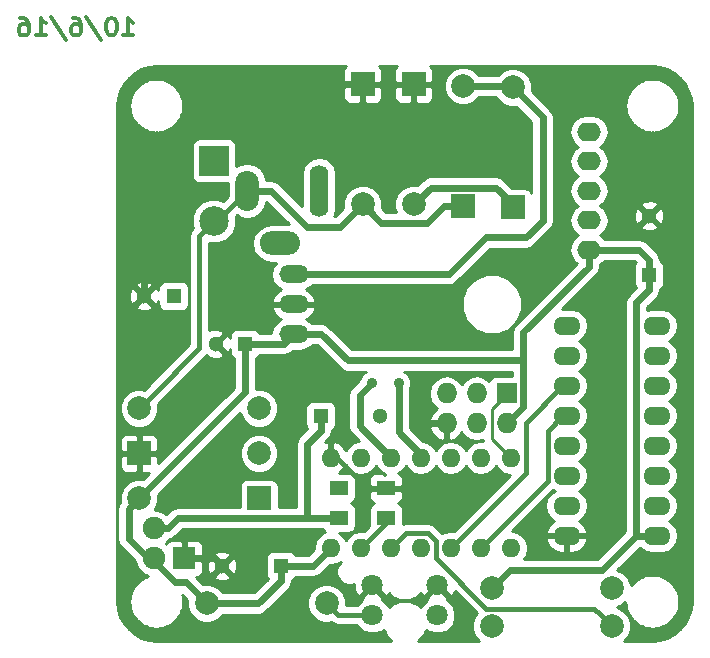
<source format=gbl>
G04 #@! TF.FileFunction,Copper,L2,Bot,Signal*
%FSLAX46Y46*%
G04 Gerber Fmt 4.6, Leading zero omitted, Abs format (unit mm)*
G04 Created by KiCad (PCBNEW 4.0.2-stable) date 10/06/2016 19:55:33*
%MOMM*%
G01*
G04 APERTURE LIST*
%ADD10C,0.150000*%
%ADD11C,0.300000*%
%ADD12O,2.300000X1.600000*%
%ADD13O,1.600000X1.600000*%
%ADD14O,2.000000X1.600000*%
%ADD15R,1.600000X1.300000*%
%ADD16C,1.800000*%
%ADD17R,1.300000X1.300000*%
%ADD18C,1.300000*%
%ADD19O,1.600200X4.399280*%
%ADD20O,1.998980X3.401060*%
%ADD21O,3.401060X1.998980*%
%ADD22C,1.998980*%
%ADD23R,1.998980X1.998980*%
%ADD24R,2.499360X2.499360*%
%ADD25C,2.499360*%
%ADD26R,1.727200X1.727200*%
%ADD27O,1.727200X1.727200*%
%ADD28O,2.499360X1.501140*%
%ADD29R,1.905000X1.905000*%
%ADD30C,1.905000*%
%ADD31C,0.889000*%
%ADD32C,0.609600*%
%ADD33C,0.406400*%
%ADD34C,0.254000*%
G04 APERTURE END LIST*
D10*
D11*
X181164999Y-118073571D02*
X182022142Y-118073571D01*
X181593570Y-118073571D02*
X181593570Y-116573571D01*
X181736427Y-116787857D01*
X181879285Y-116930714D01*
X182022142Y-117002143D01*
X180236428Y-116573571D02*
X180093571Y-116573571D01*
X179950714Y-116645000D01*
X179879285Y-116716429D01*
X179807856Y-116859286D01*
X179736428Y-117145000D01*
X179736428Y-117502143D01*
X179807856Y-117787857D01*
X179879285Y-117930714D01*
X179950714Y-118002143D01*
X180093571Y-118073571D01*
X180236428Y-118073571D01*
X180379285Y-118002143D01*
X180450714Y-117930714D01*
X180522142Y-117787857D01*
X180593571Y-117502143D01*
X180593571Y-117145000D01*
X180522142Y-116859286D01*
X180450714Y-116716429D01*
X180379285Y-116645000D01*
X180236428Y-116573571D01*
X178022143Y-116502143D02*
X179307857Y-118430714D01*
X176879285Y-116573571D02*
X177164999Y-116573571D01*
X177307856Y-116645000D01*
X177379285Y-116716429D01*
X177522142Y-116930714D01*
X177593571Y-117216429D01*
X177593571Y-117787857D01*
X177522142Y-117930714D01*
X177450714Y-118002143D01*
X177307856Y-118073571D01*
X177022142Y-118073571D01*
X176879285Y-118002143D01*
X176807856Y-117930714D01*
X176736428Y-117787857D01*
X176736428Y-117430714D01*
X176807856Y-117287857D01*
X176879285Y-117216429D01*
X177022142Y-117145000D01*
X177307856Y-117145000D01*
X177450714Y-117216429D01*
X177522142Y-117287857D01*
X177593571Y-117430714D01*
X175022143Y-116502143D02*
X176307857Y-118430714D01*
X173736428Y-118073571D02*
X174593571Y-118073571D01*
X174164999Y-118073571D02*
X174164999Y-116573571D01*
X174307856Y-116787857D01*
X174450714Y-116930714D01*
X174593571Y-117002143D01*
X172450714Y-116573571D02*
X172736428Y-116573571D01*
X172879285Y-116645000D01*
X172950714Y-116716429D01*
X173093571Y-116930714D01*
X173165000Y-117216429D01*
X173165000Y-117787857D01*
X173093571Y-117930714D01*
X173022143Y-118002143D01*
X172879285Y-118073571D01*
X172593571Y-118073571D01*
X172450714Y-118002143D01*
X172379285Y-117930714D01*
X172307857Y-117787857D01*
X172307857Y-117430714D01*
X172379285Y-117287857D01*
X172450714Y-117216429D01*
X172593571Y-117145000D01*
X172879285Y-117145000D01*
X173022143Y-117216429D01*
X173093571Y-117287857D01*
X173165000Y-117430714D01*
D12*
X218694000Y-142668000D03*
X218694000Y-145208000D03*
X218694000Y-147748000D03*
X218694000Y-150288000D03*
X218694000Y-152828000D03*
X218694000Y-155368000D03*
X218694000Y-157908000D03*
X218694000Y-160448000D03*
X226314000Y-160448000D03*
X226314000Y-157908000D03*
X226314000Y-155368000D03*
X226314000Y-152828000D03*
X226314000Y-150288000D03*
X226314000Y-147748000D03*
X226314000Y-145208000D03*
X226314000Y-142668000D03*
D13*
X198739000Y-161463000D03*
X201279000Y-161463000D03*
X203819000Y-161463000D03*
X206359000Y-161463000D03*
X208899000Y-161463000D03*
X211439000Y-161463000D03*
X213979000Y-161463000D03*
X213979000Y-153843000D03*
X211439000Y-153843000D03*
X208899000Y-153843000D03*
X206359000Y-153843000D03*
X203819000Y-153843000D03*
X201279000Y-153843000D03*
X198739000Y-153843000D03*
D14*
X220599000Y-126238000D03*
X220599000Y-128738000D03*
X220599000Y-131238000D03*
X220599000Y-133738000D03*
X220599000Y-136238000D03*
D15*
X203422000Y-156404000D03*
X199422000Y-156404000D03*
X203422000Y-158904000D03*
X199422000Y-158904000D03*
D16*
X202250000Y-167174000D03*
X202250000Y-164634000D03*
X207750000Y-164634000D03*
X207750000Y-167174000D03*
D17*
X197866000Y-150288000D03*
D18*
X202866000Y-150288000D03*
D17*
X194524000Y-162988000D03*
D18*
X189524000Y-162988000D03*
D17*
X225679000Y-138343000D03*
D18*
X225679000Y-133343000D03*
D19*
X197739000Y-131238000D03*
D20*
X191643000Y-131238000D03*
D21*
X194437000Y-135683000D03*
D22*
X201424540Y-132381000D03*
D23*
X201424540Y-122221000D03*
D22*
X205745080Y-132381000D03*
D23*
X205745080Y-122221000D03*
D22*
X209931000Y-122348000D03*
D23*
X209931000Y-132508000D03*
D22*
X214122000Y-122475000D03*
D23*
X214122000Y-132635000D03*
D22*
X182499000Y-157273000D03*
D23*
X192659000Y-157273000D03*
D22*
X192659000Y-153463000D03*
D23*
X182499000Y-153463000D03*
D24*
X188849000Y-128698000D03*
D25*
X188849000Y-133778000D03*
D26*
X213614000Y-148383000D03*
D27*
X213614000Y-150923000D03*
X211074000Y-148383000D03*
X211074000Y-150923000D03*
X208534000Y-148383000D03*
X208534000Y-150923000D03*
D22*
X198374000Y-166163000D03*
X188214000Y-166163000D03*
X222504000Y-168068000D03*
X212344000Y-168068000D03*
X192659000Y-149653000D03*
X182499000Y-149653000D03*
X222504000Y-164893000D03*
X212344000Y-164893000D03*
D28*
X195595000Y-140843000D03*
X195595000Y-138303000D03*
X195595000Y-143383000D03*
D18*
X182920000Y-140128000D03*
D17*
X185420000Y-140128000D03*
D18*
X188976000Y-144192000D03*
D17*
X191476000Y-144192000D03*
D29*
X186309000Y-162353000D03*
D30*
X183769000Y-159813000D03*
X183769000Y-162353000D03*
D31*
X198374000Y-148002000D03*
X206121000Y-150923000D03*
X202184000Y-147494000D03*
X204470000Y-147494000D03*
D32*
X195595000Y-143383000D02*
X197946000Y-143383000D01*
X200152000Y-145589000D02*
X215036401Y-145589000D01*
X197946000Y-143383000D02*
X200152000Y-145589000D01*
X183769000Y-162353000D02*
X183769000Y-162607000D01*
X183769000Y-162607000D02*
X185547000Y-164385000D01*
X186436000Y-164385000D02*
X188214000Y-166163000D01*
X185547000Y-164385000D02*
X186436000Y-164385000D01*
X182499000Y-157273000D02*
X181610000Y-158162000D01*
X181610000Y-160702000D02*
X183261000Y-162353000D01*
X181610000Y-158162000D02*
X181610000Y-160702000D01*
X183261000Y-162353000D02*
X183769000Y-162353000D01*
X213614000Y-150923000D02*
X215036401Y-149500599D01*
X215036401Y-149500599D02*
X215036401Y-145589000D01*
X215036401Y-145589000D02*
X215036401Y-143210199D01*
X215036401Y-143210199D02*
X220599000Y-137647600D01*
X220599000Y-137647600D02*
X220599000Y-136238000D01*
X191476000Y-144192000D02*
X194786000Y-144192000D01*
X194786000Y-144192000D02*
X195595000Y-143383000D01*
X182499000Y-157273000D02*
X191476000Y-148296000D01*
X191476000Y-148296000D02*
X191476000Y-144192000D01*
X194524000Y-162988000D02*
X194524000Y-164247600D01*
X194524000Y-164247600D02*
X192608600Y-166163000D01*
X192608600Y-166163000D02*
X188214000Y-166163000D01*
X194524000Y-162988000D02*
X197214000Y-162988000D01*
X197214000Y-162988000D02*
X198739000Y-161463000D01*
X225679000Y-138343000D02*
X225679000Y-139602600D01*
X225679000Y-139602600D02*
X224605190Y-140676410D01*
X224605190Y-140676410D02*
X224605190Y-160397210D01*
X224605190Y-160397210D02*
X224554400Y-160448000D01*
X226314000Y-160448000D02*
X225964000Y-160448000D01*
X212344000Y-164893000D02*
X213902291Y-163334709D01*
X213902291Y-163334709D02*
X221667691Y-163334709D01*
X221667691Y-163334709D02*
X224554400Y-160448000D01*
X224554400Y-160448000D02*
X226314000Y-160448000D01*
X225679000Y-138343000D02*
X225679000Y-137083400D01*
X225679000Y-137083400D02*
X224833600Y-136238000D01*
X224833600Y-136238000D02*
X222208600Y-136238000D01*
X222208600Y-136238000D02*
X220599000Y-136238000D01*
D33*
X198739000Y-153843000D02*
X198739000Y-152590000D01*
X199517000Y-149145000D02*
X198374000Y-148002000D01*
X199517000Y-151812000D02*
X199517000Y-149145000D01*
X198739000Y-152590000D02*
X199517000Y-151812000D01*
X198739000Y-153843000D02*
X199262000Y-153843000D01*
X199262000Y-153843000D02*
X201823000Y-156404000D01*
X201823000Y-156404000D02*
X203422000Y-156404000D01*
D32*
X206121000Y-150923000D02*
X208534000Y-150923000D01*
X182920000Y-140128000D02*
X182920000Y-130055000D01*
X182920000Y-130055000D02*
X190754000Y-122221000D01*
X190754000Y-122221000D02*
X201424540Y-122221000D01*
X186309000Y-162353000D02*
X188889000Y-162353000D01*
X188889000Y-162353000D02*
X189524000Y-162988000D01*
D33*
X203422000Y-158904000D02*
X203422000Y-159320000D01*
X203422000Y-159320000D02*
X201279000Y-161463000D01*
D34*
X213614000Y-148383000D02*
X213614000Y-148463000D01*
X213614000Y-148463000D02*
X212369399Y-149707601D01*
X212369399Y-149707601D02*
X212369399Y-152233399D01*
X212369399Y-152233399D02*
X213179001Y-153043001D01*
X213179001Y-153043001D02*
X213979000Y-153843000D01*
D32*
X191643000Y-131238000D02*
X193675000Y-131238000D01*
X199519540Y-134286000D02*
X201424540Y-132381000D01*
X196723000Y-134286000D02*
X199519540Y-134286000D01*
X193675000Y-131238000D02*
X196723000Y-134286000D01*
X209931000Y-132508000D02*
X208321910Y-132508000D01*
X202424029Y-133380489D02*
X201424540Y-132381000D01*
X206890619Y-133939291D02*
X202982831Y-133939291D01*
X202982831Y-133939291D02*
X202424029Y-133380489D01*
X208321910Y-132508000D02*
X206890619Y-133939291D01*
D33*
X188849000Y-133778000D02*
X189103000Y-133778000D01*
X189103000Y-133778000D02*
X191643000Y-131238000D01*
X188849000Y-133778000D02*
X187599321Y-135027679D01*
X187599321Y-135027679D02*
X187599321Y-144552679D01*
X187599321Y-144552679D02*
X183498489Y-148653511D01*
X183498489Y-148653511D02*
X182499000Y-149653000D01*
D32*
X183769000Y-159813000D02*
X184912000Y-159813000D01*
X189611000Y-158924000D02*
X189611000Y-158904000D01*
X185801000Y-158924000D02*
X189611000Y-158924000D01*
X184912000Y-159813000D02*
X185801000Y-158924000D01*
X189611000Y-158904000D02*
X196723000Y-158904000D01*
X196723000Y-152690600D02*
X196723000Y-158904000D01*
X196723000Y-158904000D02*
X198012400Y-158904000D01*
X197866000Y-150288000D02*
X197866000Y-151547600D01*
X197866000Y-151547600D02*
X196723000Y-152690600D01*
X198012400Y-158904000D02*
X199422000Y-158904000D01*
D33*
X208899000Y-161463000D02*
X215236201Y-155125799D01*
X215236201Y-155125799D02*
X215236201Y-150855799D01*
X215236201Y-150855799D02*
X218344000Y-147748000D01*
X218344000Y-147748000D02*
X218694000Y-147748000D01*
D32*
X201168000Y-148510000D02*
X201168000Y-148764000D01*
X202184000Y-147494000D02*
X201168000Y-148510000D01*
X203819000Y-153843000D02*
X203819000Y-153828000D01*
X203819000Y-153828000D02*
X201168000Y-151177000D01*
X201168000Y-151177000D02*
X201168000Y-148764000D01*
X204470000Y-147494000D02*
X204470000Y-149526000D01*
X206359000Y-153843000D02*
X206359000Y-153574000D01*
X206359000Y-153574000D02*
X204470000Y-151685000D01*
X204470000Y-151685000D02*
X204470000Y-149526000D01*
X206359000Y-153843000D02*
X206359000Y-153447000D01*
D33*
X211439000Y-161463000D02*
X217086790Y-155815210D01*
X217086790Y-151545210D02*
X218344000Y-150288000D01*
X218344000Y-150288000D02*
X218694000Y-150288000D01*
X217086790Y-155815210D02*
X217086790Y-151545210D01*
X203819000Y-161463000D02*
X205076201Y-160205799D01*
X205076201Y-160205799D02*
X206962457Y-160205799D01*
X206962457Y-160205799D02*
X207616201Y-160859543D01*
X207616201Y-160859543D02*
X207616201Y-162321105D01*
X207616201Y-162321105D02*
X211906405Y-166611309D01*
X211906405Y-166611309D02*
X221047309Y-166611309D01*
X221047309Y-166611309D02*
X221504511Y-167068511D01*
X221504511Y-167068511D02*
X222504000Y-168068000D01*
X198374000Y-166163000D02*
X199385000Y-167174000D01*
X199385000Y-167174000D02*
X202250000Y-167174000D01*
D32*
X195595000Y-138303000D02*
X208708000Y-138303000D01*
X208708000Y-138303000D02*
X211836000Y-135175000D01*
X211836000Y-135175000D02*
X215265000Y-135175000D01*
X215265000Y-135175000D02*
X216662000Y-133778000D01*
X216662000Y-133778000D02*
X216662000Y-125015000D01*
X216662000Y-125015000D02*
X214122000Y-122475000D01*
X196094110Y-138303000D02*
X195595000Y-138303000D01*
X209931000Y-122348000D02*
X213995000Y-122348000D01*
X213995000Y-122348000D02*
X214122000Y-122475000D01*
X214122000Y-132635000D02*
X214122000Y-132334000D01*
X214122000Y-132334000D02*
X212737709Y-130949709D01*
X212737709Y-130949709D02*
X207176371Y-130949709D01*
X207176371Y-130949709D02*
X205745080Y-132381000D01*
D34*
G36*
X199886723Y-120861812D02*
X199790050Y-121095201D01*
X199790050Y-121935250D01*
X199948800Y-122094000D01*
X201297540Y-122094000D01*
X201297540Y-122074000D01*
X201551540Y-122074000D01*
X201551540Y-122094000D01*
X202900280Y-122094000D01*
X203059030Y-121935250D01*
X203059030Y-121095201D01*
X202962357Y-120861812D01*
X202800546Y-120700000D01*
X204369074Y-120700000D01*
X204207263Y-120861812D01*
X204110590Y-121095201D01*
X204110590Y-121935250D01*
X204269340Y-122094000D01*
X205618080Y-122094000D01*
X205618080Y-122074000D01*
X205872080Y-122074000D01*
X205872080Y-122094000D01*
X207220820Y-122094000D01*
X207379570Y-121935250D01*
X207379570Y-121095201D01*
X207282897Y-120861812D01*
X207121086Y-120700000D01*
X225925346Y-120700000D01*
X226605021Y-120766948D01*
X227226306Y-120955399D01*
X227798886Y-121261429D01*
X228300696Y-121673285D01*
X228712587Y-122175122D01*
X229018571Y-122747632D01*
X229207015Y-123368929D01*
X229274000Y-124048670D01*
X229274000Y-165981323D01*
X229207015Y-166661011D01*
X229018566Y-167282330D01*
X228712582Y-167854891D01*
X228300692Y-168356692D01*
X227798888Y-168768584D01*
X227226330Y-169074566D01*
X226605011Y-169263015D01*
X225925322Y-169330000D01*
X223553334Y-169330000D01*
X223888846Y-168995073D01*
X224138206Y-168394547D01*
X224138774Y-167744306D01*
X223890462Y-167143345D01*
X223431073Y-166683154D01*
X222942568Y-166480309D01*
X223428655Y-166279462D01*
X223682847Y-166025713D01*
X223677290Y-166082057D01*
X223707990Y-166394157D01*
X223727589Y-166458796D01*
X223734217Y-166526016D01*
X223825317Y-166826215D01*
X223857089Y-166885640D01*
X223876642Y-166950129D01*
X224024442Y-167226729D01*
X224067256Y-167278912D01*
X224099072Y-167338440D01*
X224298072Y-167580940D01*
X224350306Y-167623810D01*
X224393190Y-167676035D01*
X224635690Y-167874935D01*
X224695070Y-167906653D01*
X224747101Y-167949367D01*
X225023701Y-168097267D01*
X225088375Y-168116896D01*
X225147984Y-168148743D01*
X225448184Y-168239743D01*
X225515194Y-168246330D01*
X225579627Y-168265889D01*
X225891727Y-168296689D01*
X225959000Y-168290076D01*
X226026273Y-168296689D01*
X226338373Y-168265889D01*
X226402806Y-168246330D01*
X226469816Y-168239743D01*
X226770015Y-168148743D01*
X226829624Y-168116897D01*
X226894299Y-168097267D01*
X227170899Y-167949367D01*
X227222930Y-167906653D01*
X227282310Y-167874935D01*
X227524810Y-167676035D01*
X227567747Y-167623746D01*
X227620035Y-167580810D01*
X227818935Y-167338310D01*
X227850653Y-167278930D01*
X227893367Y-167226899D01*
X228041267Y-166950299D01*
X228060896Y-166885625D01*
X228092743Y-166826016D01*
X228183743Y-166525816D01*
X228190330Y-166458806D01*
X228209889Y-166394373D01*
X228240689Y-166082273D01*
X228234076Y-166015000D01*
X228240689Y-165947727D01*
X228209889Y-165635627D01*
X228190330Y-165571194D01*
X228183743Y-165504184D01*
X228092743Y-165203984D01*
X228060896Y-165144375D01*
X228041267Y-165079701D01*
X227893367Y-164803101D01*
X227850653Y-164751070D01*
X227818935Y-164691690D01*
X227620035Y-164449190D01*
X227567810Y-164406306D01*
X227524940Y-164354072D01*
X227282440Y-164155072D01*
X227222912Y-164123256D01*
X227170729Y-164080442D01*
X226894129Y-163932642D01*
X226829640Y-163913089D01*
X226770215Y-163881317D01*
X226470016Y-163790217D01*
X226402796Y-163783589D01*
X226338157Y-163763990D01*
X226026057Y-163733290D01*
X225959000Y-163739903D01*
X225891943Y-163733290D01*
X225579843Y-163763990D01*
X225515204Y-163783589D01*
X225447984Y-163790217D01*
X225147784Y-163881317D01*
X225088358Y-163913089D01*
X225023871Y-163932642D01*
X224747271Y-164080442D01*
X224695089Y-164123255D01*
X224635559Y-164155072D01*
X224393060Y-164354072D01*
X224350242Y-164406242D01*
X224298072Y-164449060D01*
X224138709Y-164643258D01*
X224138774Y-164569306D01*
X223890462Y-163968345D01*
X223431073Y-163508154D01*
X223001640Y-163329838D01*
X224896086Y-161435392D01*
X224914332Y-161462698D01*
X225379879Y-161773767D01*
X225929030Y-161883000D01*
X226698970Y-161883000D01*
X227248121Y-161773767D01*
X227713668Y-161462698D01*
X228024737Y-160997151D01*
X228133970Y-160448000D01*
X228024737Y-159898849D01*
X227713668Y-159433302D01*
X227331582Y-159178000D01*
X227713668Y-158922698D01*
X228024737Y-158457151D01*
X228133970Y-157908000D01*
X228024737Y-157358849D01*
X227713668Y-156893302D01*
X227331582Y-156638000D01*
X227713668Y-156382698D01*
X228024737Y-155917151D01*
X228133970Y-155368000D01*
X228024737Y-154818849D01*
X227713668Y-154353302D01*
X227331582Y-154098000D01*
X227713668Y-153842698D01*
X228024737Y-153377151D01*
X228133970Y-152828000D01*
X228024737Y-152278849D01*
X227713668Y-151813302D01*
X227331582Y-151558000D01*
X227713668Y-151302698D01*
X228024737Y-150837151D01*
X228133970Y-150288000D01*
X228024737Y-149738849D01*
X227713668Y-149273302D01*
X227331582Y-149018000D01*
X227713668Y-148762698D01*
X228024737Y-148297151D01*
X228133970Y-147748000D01*
X228024737Y-147198849D01*
X227713668Y-146733302D01*
X227331582Y-146478000D01*
X227713668Y-146222698D01*
X228024737Y-145757151D01*
X228133970Y-145208000D01*
X228024737Y-144658849D01*
X227713668Y-144193302D01*
X227331582Y-143938000D01*
X227713668Y-143682698D01*
X228024737Y-143217151D01*
X228133970Y-142668000D01*
X228024737Y-142118849D01*
X227713668Y-141653302D01*
X227248121Y-141342233D01*
X226698970Y-141233000D01*
X225929030Y-141233000D01*
X225544990Y-141309390D01*
X225544990Y-141065688D01*
X226343539Y-140267139D01*
X226547262Y-139962246D01*
X226618800Y-139602600D01*
X226618800Y-139561103D01*
X226780441Y-139457090D01*
X226925431Y-139244890D01*
X226976440Y-138993000D01*
X226976440Y-137693000D01*
X226932162Y-137457683D01*
X226793090Y-137241559D01*
X226618800Y-137122472D01*
X226618800Y-137083400D01*
X226547262Y-136723754D01*
X226343539Y-136418861D01*
X225498139Y-135573461D01*
X225193246Y-135369738D01*
X224833600Y-135298200D01*
X221895775Y-135298200D01*
X221845730Y-135223302D01*
X221493576Y-134988000D01*
X221845730Y-134752698D01*
X222156799Y-134287151D01*
X222165776Y-134242016D01*
X224959590Y-134242016D01*
X225015271Y-134472611D01*
X225498078Y-134640622D01*
X226008428Y-134611083D01*
X226342729Y-134472611D01*
X226398410Y-134242016D01*
X225679000Y-133522605D01*
X224959590Y-134242016D01*
X222165776Y-134242016D01*
X222266032Y-133738000D01*
X222156799Y-133188849D01*
X222138912Y-133162078D01*
X224381378Y-133162078D01*
X224410917Y-133672428D01*
X224549389Y-134006729D01*
X224779984Y-134062410D01*
X225499395Y-133343000D01*
X225858605Y-133343000D01*
X226578016Y-134062410D01*
X226808611Y-134006729D01*
X226976622Y-133523922D01*
X226947083Y-133013572D01*
X226808611Y-132679271D01*
X226578016Y-132623590D01*
X225858605Y-133343000D01*
X225499395Y-133343000D01*
X224779984Y-132623590D01*
X224549389Y-132679271D01*
X224381378Y-133162078D01*
X222138912Y-133162078D01*
X221845730Y-132723302D01*
X221493576Y-132488000D01*
X221559450Y-132443984D01*
X224959590Y-132443984D01*
X225679000Y-133163395D01*
X226398410Y-132443984D01*
X226342729Y-132213389D01*
X225859922Y-132045378D01*
X225349572Y-132074917D01*
X225015271Y-132213389D01*
X224959590Y-132443984D01*
X221559450Y-132443984D01*
X221845730Y-132252698D01*
X222156799Y-131787151D01*
X222266032Y-131238000D01*
X222156799Y-130688849D01*
X221845730Y-130223302D01*
X221493576Y-129988000D01*
X221845730Y-129752698D01*
X222156799Y-129287151D01*
X222266032Y-128738000D01*
X222156799Y-128188849D01*
X221845730Y-127723302D01*
X221493576Y-127488000D01*
X221845730Y-127252698D01*
X222156799Y-126787151D01*
X222266032Y-126238000D01*
X222156799Y-125688849D01*
X221845730Y-125223302D01*
X221380183Y-124912233D01*
X220831032Y-124803000D01*
X220366968Y-124803000D01*
X219817817Y-124912233D01*
X219352270Y-125223302D01*
X219041201Y-125688849D01*
X218931968Y-126238000D01*
X219041201Y-126787151D01*
X219352270Y-127252698D01*
X219704424Y-127488000D01*
X219352270Y-127723302D01*
X219041201Y-128188849D01*
X218931968Y-128738000D01*
X219041201Y-129287151D01*
X219352270Y-129752698D01*
X219704424Y-129988000D01*
X219352270Y-130223302D01*
X219041201Y-130688849D01*
X218931968Y-131238000D01*
X219041201Y-131787151D01*
X219352270Y-132252698D01*
X219704424Y-132488000D01*
X219352270Y-132723302D01*
X219041201Y-133188849D01*
X218931968Y-133738000D01*
X219041201Y-134287151D01*
X219352270Y-134752698D01*
X219704424Y-134988000D01*
X219352270Y-135223302D01*
X219041201Y-135688849D01*
X218931968Y-136238000D01*
X219041201Y-136787151D01*
X219352270Y-137252698D01*
X219539632Y-137377890D01*
X214371862Y-142545660D01*
X214168139Y-142850553D01*
X214096601Y-143210199D01*
X214096601Y-144649200D01*
X200541278Y-144649200D01*
X198610539Y-142718461D01*
X198305646Y-142514738D01*
X197946000Y-142443200D01*
X197137470Y-142443200D01*
X197110779Y-142403254D01*
X196661268Y-142102900D01*
X196651968Y-142101050D01*
X196741677Y-142074499D01*
X197163658Y-141732944D01*
X197374400Y-141345015D01*
X209823641Y-141345015D01*
X210208746Y-142277041D01*
X210921208Y-142990748D01*
X211852561Y-143377479D01*
X212861015Y-143378359D01*
X213793041Y-142993254D01*
X214506748Y-142280792D01*
X214893479Y-141349439D01*
X214894359Y-140340985D01*
X214509254Y-139408959D01*
X213796792Y-138695252D01*
X212865439Y-138308521D01*
X211856985Y-138307641D01*
X210924959Y-138692746D01*
X210211252Y-139405208D01*
X209824521Y-140336561D01*
X209823641Y-141345015D01*
X197374400Y-141345015D01*
X197422810Y-141255903D01*
X197436993Y-141184275D01*
X197314339Y-140970000D01*
X195722000Y-140970000D01*
X195722000Y-140990000D01*
X195468000Y-140990000D01*
X195468000Y-140970000D01*
X193875661Y-140970000D01*
X193753007Y-141184275D01*
X193767190Y-141255903D01*
X194026342Y-141732944D01*
X194448323Y-142074499D01*
X194538032Y-142101050D01*
X194528732Y-142102900D01*
X194079221Y-142403254D01*
X193778867Y-142852765D01*
X193699415Y-143252200D01*
X192694103Y-143252200D01*
X192590090Y-143090559D01*
X192377890Y-142945569D01*
X192126000Y-142894560D01*
X190826000Y-142894560D01*
X190590683Y-142938838D01*
X190374559Y-143077910D01*
X190229569Y-143290110D01*
X190178560Y-143542000D01*
X190178560Y-143704385D01*
X190105611Y-143528271D01*
X189875016Y-143472590D01*
X189155605Y-144192000D01*
X189875016Y-144911410D01*
X190105611Y-144855729D01*
X190178560Y-144646098D01*
X190178560Y-144842000D01*
X190222838Y-145077317D01*
X190361910Y-145293441D01*
X190536200Y-145412528D01*
X190536200Y-147906722D01*
X184133490Y-154309432D01*
X184133490Y-153748750D01*
X183974740Y-153590000D01*
X182626000Y-153590000D01*
X182626000Y-154938740D01*
X182784750Y-155097490D01*
X183345432Y-155097490D01*
X182804147Y-155638775D01*
X182175306Y-155638226D01*
X181574345Y-155886538D01*
X181114154Y-156345927D01*
X180864794Y-156946453D01*
X180864226Y-157596694D01*
X180869931Y-157610500D01*
X180741738Y-157802354D01*
X180670200Y-158162000D01*
X180670200Y-160702000D01*
X180741738Y-161061646D01*
X180945461Y-161366539D01*
X182181282Y-162602360D01*
X182181225Y-162667388D01*
X182422398Y-163251072D01*
X182868579Y-163698032D01*
X183241487Y-163852877D01*
X183147754Y-163881327D01*
X183088355Y-163913088D01*
X183023890Y-163932632D01*
X182747269Y-164080433D01*
X182695055Y-164123270D01*
X182635497Y-164155108D01*
X182393037Y-164354107D01*
X182350225Y-164406279D01*
X182298060Y-164449099D01*
X182099090Y-164691599D01*
X182067317Y-164751058D01*
X182024547Y-164803169D01*
X181876687Y-165079769D01*
X181857092Y-165144357D01*
X181825277Y-165203884D01*
X181734227Y-165504084D01*
X181727620Y-165571200D01*
X181708041Y-165635735D01*
X181677291Y-165947835D01*
X181683904Y-166015000D01*
X181677291Y-166082165D01*
X181708041Y-166394265D01*
X181727620Y-166458800D01*
X181734227Y-166525916D01*
X181825277Y-166826116D01*
X181857092Y-166885643D01*
X181876687Y-166950231D01*
X182024547Y-167226831D01*
X182067317Y-167278942D01*
X182099090Y-167338401D01*
X182298060Y-167580901D01*
X182350288Y-167623773D01*
X182393167Y-167676000D01*
X182635627Y-167874900D01*
X182695037Y-167906640D01*
X182747099Y-167949377D01*
X183023720Y-168097277D01*
X183088369Y-168116897D01*
X183147954Y-168148734D01*
X183448104Y-168239734D01*
X183515134Y-168246326D01*
X183579587Y-168265890D01*
X183891737Y-168296690D01*
X183959005Y-168290077D01*
X184026267Y-168296689D01*
X184338397Y-168265889D01*
X184402843Y-168246327D01*
X184469870Y-168239736D01*
X184770030Y-168148736D01*
X184829623Y-168116895D01*
X184894280Y-168097272D01*
X185170890Y-167949372D01*
X185222947Y-167906638D01*
X185282353Y-167874900D01*
X185524813Y-167676000D01*
X185567688Y-167623778D01*
X185619909Y-167580914D01*
X185818889Y-167338414D01*
X185850667Y-167278949D01*
X185893443Y-167226831D01*
X186041303Y-166950231D01*
X186060901Y-166885633D01*
X186092719Y-166826096D01*
X186183759Y-166525896D01*
X186190363Y-166458790D01*
X186209939Y-166394265D01*
X186240689Y-166082165D01*
X186234076Y-166015000D01*
X186240689Y-165947835D01*
X186209939Y-165635735D01*
X186190363Y-165571210D01*
X186183759Y-165504104D01*
X186165362Y-165443440D01*
X186579775Y-165857853D01*
X186579226Y-166486694D01*
X186827538Y-167087655D01*
X187286927Y-167547846D01*
X187887453Y-167797206D01*
X188537694Y-167797774D01*
X189138655Y-167549462D01*
X189586097Y-167102800D01*
X192608600Y-167102800D01*
X192968246Y-167031262D01*
X193273139Y-166827539D01*
X195188539Y-164912139D01*
X195392262Y-164607246D01*
X195463800Y-164247600D01*
X195463800Y-164206103D01*
X195625441Y-164102090D01*
X195744528Y-163927800D01*
X197214000Y-163927800D01*
X197573646Y-163856262D01*
X197878539Y-163652539D01*
X198627203Y-162903875D01*
X198739000Y-162926113D01*
X199288151Y-162816880D01*
X199571068Y-162627841D01*
X199388355Y-162810235D01*
X199215197Y-163227244D01*
X199214803Y-163678775D01*
X199387233Y-164096086D01*
X199706235Y-164415645D01*
X200123244Y-164588803D01*
X200574775Y-164589197D01*
X200709430Y-164533559D01*
X200729161Y-165003460D01*
X200913357Y-165448148D01*
X201169841Y-165534554D01*
X202070395Y-164634000D01*
X202056253Y-164619858D01*
X202235858Y-164440253D01*
X202250000Y-164454395D01*
X202264143Y-164440253D01*
X202443748Y-164619858D01*
X202429605Y-164634000D01*
X203330159Y-165534554D01*
X203586643Y-165448148D01*
X203638009Y-165307751D01*
X203930839Y-165601093D01*
X204623405Y-165888672D01*
X205373305Y-165889326D01*
X206066372Y-165602957D01*
X206357218Y-165312618D01*
X206413357Y-165448148D01*
X206669841Y-165534554D01*
X207570395Y-164634000D01*
X207556253Y-164619858D01*
X207735858Y-164440253D01*
X207750000Y-164454395D01*
X207764143Y-164440253D01*
X207943748Y-164619858D01*
X207929605Y-164634000D01*
X208830159Y-165534554D01*
X209086643Y-165448148D01*
X209212861Y-165103159D01*
X211105019Y-166995317D01*
X210959154Y-167140927D01*
X210709794Y-167741453D01*
X210709226Y-168391694D01*
X210957538Y-168992655D01*
X211294295Y-169330000D01*
X206139456Y-169330000D01*
X206597093Y-168873161D01*
X206796907Y-168391957D01*
X206879357Y-168474551D01*
X207443330Y-168708733D01*
X208053991Y-168709265D01*
X208618371Y-168476068D01*
X209050551Y-168044643D01*
X209284733Y-167480670D01*
X209285265Y-166870009D01*
X209052068Y-166305629D01*
X208620643Y-165873449D01*
X208599806Y-165864797D01*
X208650554Y-165714159D01*
X207750000Y-164813605D01*
X206849446Y-165714159D01*
X206900035Y-165864327D01*
X206881629Y-165871932D01*
X206449449Y-166303357D01*
X206366018Y-166504282D01*
X206069161Y-166206907D01*
X205376595Y-165919328D01*
X204626695Y-165918674D01*
X203933628Y-166205043D01*
X203634067Y-166504082D01*
X203552068Y-166305629D01*
X203120643Y-165873449D01*
X203099806Y-165864797D01*
X203150554Y-165714159D01*
X202250000Y-164813605D01*
X201349446Y-165714159D01*
X201400035Y-165864327D01*
X201381629Y-165871932D01*
X200949449Y-166303357D01*
X200935977Y-166335800D01*
X200008340Y-166335800D01*
X200008774Y-165839306D01*
X199760462Y-165238345D01*
X199301073Y-164778154D01*
X198700547Y-164528794D01*
X198050306Y-164528226D01*
X197449345Y-164776538D01*
X196989154Y-165235927D01*
X196739794Y-165836453D01*
X196739226Y-166486694D01*
X196987538Y-167087655D01*
X197446927Y-167547846D01*
X198047453Y-167797206D01*
X198697694Y-167797774D01*
X198786632Y-167761026D01*
X198792303Y-167766697D01*
X199064235Y-167948396D01*
X199385000Y-168012200D01*
X200935466Y-168012200D01*
X200947932Y-168042371D01*
X201379357Y-168474551D01*
X201943330Y-168708733D01*
X202553991Y-168709265D01*
X203118371Y-168476068D01*
X203203151Y-168391436D01*
X203401043Y-168870372D01*
X203859870Y-169330000D01*
X183992670Y-169330000D01*
X183312929Y-169263015D01*
X182691632Y-169074571D01*
X182119122Y-168768587D01*
X181617285Y-168356696D01*
X181205429Y-167854886D01*
X180899399Y-167282306D01*
X180710948Y-166661021D01*
X180644000Y-165981346D01*
X180644000Y-153748750D01*
X180864510Y-153748750D01*
X180864510Y-154588800D01*
X180961183Y-154822189D01*
X181139812Y-155000817D01*
X181373201Y-155097490D01*
X182213250Y-155097490D01*
X182372000Y-154938740D01*
X182372000Y-153590000D01*
X181023260Y-153590000D01*
X180864510Y-153748750D01*
X180644000Y-153748750D01*
X180644000Y-152337200D01*
X180864510Y-152337200D01*
X180864510Y-153177250D01*
X181023260Y-153336000D01*
X182372000Y-153336000D01*
X182372000Y-151987260D01*
X182626000Y-151987260D01*
X182626000Y-153336000D01*
X183974740Y-153336000D01*
X184133490Y-153177250D01*
X184133490Y-152337200D01*
X184036817Y-152103811D01*
X183858188Y-151925183D01*
X183624799Y-151828510D01*
X182784750Y-151828510D01*
X182626000Y-151987260D01*
X182372000Y-151987260D01*
X182213250Y-151828510D01*
X181373201Y-151828510D01*
X181139812Y-151925183D01*
X180961183Y-152103811D01*
X180864510Y-152337200D01*
X180644000Y-152337200D01*
X180644000Y-149976694D01*
X180864226Y-149976694D01*
X181112538Y-150577655D01*
X181571927Y-151037846D01*
X182172453Y-151287206D01*
X182822694Y-151287774D01*
X183423655Y-151039462D01*
X183883846Y-150580073D01*
X184133206Y-149979547D01*
X184133774Y-149329306D01*
X184097026Y-149240368D01*
X188136023Y-145201371D01*
X188141130Y-145206478D01*
X188256590Y-145091018D01*
X188312271Y-145321611D01*
X188795078Y-145489622D01*
X189305428Y-145460083D01*
X189639729Y-145321611D01*
X189695410Y-145091016D01*
X188976000Y-144371605D01*
X188961858Y-144385748D01*
X188782253Y-144206143D01*
X188796395Y-144192000D01*
X188782253Y-144177858D01*
X188961858Y-143998252D01*
X188976000Y-144012395D01*
X189695410Y-143292984D01*
X189639729Y-143062389D01*
X189156922Y-142894378D01*
X188646572Y-142923917D01*
X188437521Y-143010509D01*
X188437521Y-135647840D01*
X188472469Y-135662352D01*
X189222241Y-135663006D01*
X189915191Y-135376686D01*
X190445822Y-134846979D01*
X190733352Y-134154531D01*
X190734006Y-133404759D01*
X190712846Y-133353548D01*
X190750161Y-133316233D01*
X191017508Y-133494868D01*
X191643000Y-133619286D01*
X192268492Y-133494868D01*
X192798759Y-133140555D01*
X193153072Y-132610288D01*
X193239099Y-132177800D01*
X193285722Y-132177800D01*
X195156432Y-134048510D01*
X193690204Y-134048510D01*
X193064712Y-134172928D01*
X192534445Y-134527241D01*
X192180132Y-135057508D01*
X192055714Y-135683000D01*
X192180132Y-136308492D01*
X192534445Y-136838759D01*
X193064712Y-137193072D01*
X193690204Y-137317490D01*
X194087847Y-137317490D01*
X194079221Y-137323254D01*
X193778867Y-137772765D01*
X193673397Y-138303000D01*
X193778867Y-138833235D01*
X194079221Y-139282746D01*
X194528732Y-139583100D01*
X194538032Y-139584950D01*
X194448323Y-139611501D01*
X194026342Y-139953056D01*
X193767190Y-140430097D01*
X193753007Y-140501725D01*
X193875661Y-140716000D01*
X195468000Y-140716000D01*
X195468000Y-140696000D01*
X195722000Y-140696000D01*
X195722000Y-140716000D01*
X197314339Y-140716000D01*
X197436993Y-140501725D01*
X197422810Y-140430097D01*
X197163658Y-139953056D01*
X196741677Y-139611501D01*
X196651968Y-139584950D01*
X196661268Y-139583100D01*
X197110779Y-139282746D01*
X197137470Y-139242800D01*
X208708000Y-139242800D01*
X209067646Y-139171262D01*
X209372539Y-138967539D01*
X212225278Y-136114800D01*
X215265000Y-136114800D01*
X215624646Y-136043262D01*
X215929539Y-135839539D01*
X217326539Y-134442539D01*
X217530262Y-134137646D01*
X217601800Y-133778000D01*
X217601800Y-125015000D01*
X217530262Y-124655354D01*
X217326539Y-124350461D01*
X216924032Y-123947954D01*
X223677289Y-123947954D01*
X223683902Y-124015000D01*
X223677289Y-124082051D01*
X223707989Y-124394180D01*
X223727593Y-124458837D01*
X223734225Y-124526070D01*
X223825325Y-124826230D01*
X223857091Y-124885640D01*
X223876638Y-124950110D01*
X224024438Y-125226720D01*
X224067270Y-125278926D01*
X224099107Y-125338483D01*
X224298107Y-125580943D01*
X224350274Y-125623751D01*
X224393086Y-125675909D01*
X224635586Y-125874889D01*
X224695051Y-125906667D01*
X224747169Y-125949443D01*
X225023769Y-126097303D01*
X225088367Y-126116901D01*
X225147904Y-126148719D01*
X225448104Y-126239759D01*
X225515210Y-126246363D01*
X225579735Y-126265939D01*
X225891835Y-126296689D01*
X225959000Y-126290076D01*
X226026165Y-126296689D01*
X226338265Y-126265939D01*
X226402790Y-126246363D01*
X226469896Y-126239759D01*
X226770096Y-126148719D01*
X226829633Y-126116901D01*
X226894231Y-126097303D01*
X227170831Y-125949443D01*
X227222949Y-125906667D01*
X227282414Y-125874889D01*
X227524915Y-125675909D01*
X227567781Y-125623686D01*
X227620000Y-125580813D01*
X227818900Y-125338353D01*
X227850638Y-125278947D01*
X227893372Y-125226890D01*
X228041272Y-124950280D01*
X228060895Y-124885623D01*
X228092736Y-124826030D01*
X228183736Y-124525870D01*
X228190327Y-124458843D01*
X228209889Y-124394397D01*
X228240689Y-124082267D01*
X228234077Y-124015005D01*
X228240690Y-123947737D01*
X228209890Y-123635587D01*
X228190326Y-123571134D01*
X228183734Y-123504104D01*
X228092734Y-123203954D01*
X228060897Y-123144369D01*
X228041277Y-123079720D01*
X227893377Y-122803099D01*
X227850640Y-122751037D01*
X227818900Y-122691627D01*
X227620000Y-122449167D01*
X227567773Y-122406288D01*
X227524901Y-122354060D01*
X227282401Y-122155090D01*
X227222942Y-122123317D01*
X227170831Y-122080547D01*
X226894231Y-121932687D01*
X226829643Y-121913092D01*
X226770116Y-121881277D01*
X226469916Y-121790227D01*
X226402800Y-121783620D01*
X226338265Y-121764041D01*
X226026165Y-121733291D01*
X225959000Y-121739904D01*
X225891835Y-121733291D01*
X225579735Y-121764041D01*
X225515200Y-121783620D01*
X225448084Y-121790227D01*
X225147884Y-121881277D01*
X225088357Y-121913092D01*
X225023769Y-121932687D01*
X224747169Y-122080547D01*
X224695058Y-122123317D01*
X224635599Y-122155090D01*
X224393099Y-122354060D01*
X224350280Y-122406224D01*
X224298107Y-122449037D01*
X224099107Y-122691497D01*
X224067268Y-122751058D01*
X224024433Y-122803269D01*
X223876633Y-123079889D01*
X223857089Y-123144353D01*
X223825327Y-123203754D01*
X223734227Y-123503904D01*
X223727594Y-123571142D01*
X223707989Y-123635804D01*
X223677289Y-123947954D01*
X216924032Y-123947954D01*
X215756225Y-122780147D01*
X215756774Y-122151306D01*
X215508462Y-121550345D01*
X215049073Y-121090154D01*
X214448547Y-120840794D01*
X213798306Y-120840226D01*
X213197345Y-121088538D01*
X212877125Y-121408200D01*
X211302343Y-121408200D01*
X210858073Y-120963154D01*
X210257547Y-120713794D01*
X209607306Y-120713226D01*
X209006345Y-120961538D01*
X208546154Y-121420927D01*
X208296794Y-122021453D01*
X208296226Y-122671694D01*
X208544538Y-123272655D01*
X209003927Y-123732846D01*
X209604453Y-123982206D01*
X210254694Y-123982774D01*
X210855655Y-123734462D01*
X211303097Y-123287800D01*
X212689320Y-123287800D01*
X212735538Y-123399655D01*
X213194927Y-123859846D01*
X213795453Y-124109206D01*
X214427680Y-124109758D01*
X215722200Y-125404278D01*
X215722200Y-131396382D01*
X215585580Y-131184069D01*
X215373380Y-131039079D01*
X215121490Y-130988070D01*
X214105148Y-130988070D01*
X213402248Y-130285170D01*
X213097355Y-130081447D01*
X212737709Y-130009909D01*
X207176371Y-130009909D01*
X206816725Y-130081447D01*
X206511832Y-130285170D01*
X206050227Y-130746775D01*
X205421386Y-130746226D01*
X204820425Y-130994538D01*
X204360234Y-131453927D01*
X204110874Y-132054453D01*
X204110306Y-132704694D01*
X204232114Y-132999491D01*
X203372109Y-132999491D01*
X203058765Y-132686147D01*
X203059314Y-132057306D01*
X202811002Y-131456345D01*
X202351613Y-130996154D01*
X201751087Y-130746794D01*
X201100846Y-130746226D01*
X200499885Y-130994538D01*
X200039694Y-131453927D01*
X199790334Y-132054453D01*
X199789782Y-132686680D01*
X199130262Y-133346200D01*
X198995411Y-133346200D01*
X199064860Y-133242263D01*
X199174100Y-132693074D01*
X199174100Y-129782926D01*
X199064860Y-129233737D01*
X198753769Y-128768157D01*
X198288189Y-128457066D01*
X197739000Y-128347826D01*
X197189811Y-128457066D01*
X196724231Y-128768157D01*
X196413140Y-129233737D01*
X196303900Y-129782926D01*
X196303900Y-132537822D01*
X194339539Y-130573461D01*
X194034646Y-130369738D01*
X193675000Y-130298200D01*
X193239099Y-130298200D01*
X193153072Y-129865712D01*
X192798759Y-129335445D01*
X192268492Y-128981132D01*
X191643000Y-128856714D01*
X191017508Y-128981132D01*
X190746120Y-129162468D01*
X190746120Y-127448320D01*
X190701842Y-127213003D01*
X190562770Y-126996879D01*
X190350570Y-126851889D01*
X190098680Y-126800880D01*
X187599320Y-126800880D01*
X187364003Y-126845158D01*
X187147879Y-126984230D01*
X187002889Y-127196430D01*
X186951880Y-127448320D01*
X186951880Y-129947680D01*
X186996158Y-130182997D01*
X187135230Y-130399121D01*
X187347430Y-130544111D01*
X187599320Y-130595120D01*
X190008510Y-130595120D01*
X190008510Y-131687096D01*
X189632832Y-132062774D01*
X189225531Y-131893648D01*
X188475759Y-131892994D01*
X187782809Y-132179314D01*
X187252178Y-132709021D01*
X186964648Y-133401469D01*
X186963994Y-134151241D01*
X187059419Y-134382187D01*
X187006624Y-134434982D01*
X186824925Y-134706913D01*
X186815818Y-134752698D01*
X186761121Y-135027679D01*
X186761121Y-144205485D01*
X182911939Y-148054667D01*
X182825547Y-148018794D01*
X182175306Y-148018226D01*
X181574345Y-148266538D01*
X181114154Y-148725927D01*
X180864794Y-149326453D01*
X180864226Y-149976694D01*
X180644000Y-149976694D01*
X180644000Y-141027016D01*
X182200590Y-141027016D01*
X182256271Y-141257611D01*
X182739078Y-141425622D01*
X183249428Y-141396083D01*
X183583729Y-141257611D01*
X183639410Y-141027016D01*
X182920000Y-140307605D01*
X182200590Y-141027016D01*
X180644000Y-141027016D01*
X180644000Y-139947078D01*
X181622378Y-139947078D01*
X181651917Y-140457428D01*
X181790389Y-140791729D01*
X182020984Y-140847410D01*
X182740395Y-140128000D01*
X183099605Y-140128000D01*
X183819016Y-140847410D01*
X184049611Y-140791729D01*
X184122560Y-140582098D01*
X184122560Y-140778000D01*
X184166838Y-141013317D01*
X184305910Y-141229441D01*
X184518110Y-141374431D01*
X184770000Y-141425440D01*
X186070000Y-141425440D01*
X186305317Y-141381162D01*
X186521441Y-141242090D01*
X186666431Y-141029890D01*
X186717440Y-140778000D01*
X186717440Y-139478000D01*
X186673162Y-139242683D01*
X186534090Y-139026559D01*
X186321890Y-138881569D01*
X186070000Y-138830560D01*
X184770000Y-138830560D01*
X184534683Y-138874838D01*
X184318559Y-139013910D01*
X184173569Y-139226110D01*
X184122560Y-139478000D01*
X184122560Y-139640385D01*
X184049611Y-139464271D01*
X183819016Y-139408590D01*
X183099605Y-140128000D01*
X182740395Y-140128000D01*
X182020984Y-139408590D01*
X181790389Y-139464271D01*
X181622378Y-139947078D01*
X180644000Y-139947078D01*
X180644000Y-139228984D01*
X182200590Y-139228984D01*
X182920000Y-139948395D01*
X183639410Y-139228984D01*
X183583729Y-138998389D01*
X183100922Y-138830378D01*
X182590572Y-138859917D01*
X182256271Y-138998389D01*
X182200590Y-139228984D01*
X180644000Y-139228984D01*
X180644000Y-124048657D01*
X180653929Y-123947845D01*
X181677290Y-123947845D01*
X181683903Y-124014999D01*
X181677290Y-124082159D01*
X181708040Y-124394289D01*
X181727623Y-124458839D01*
X181734234Y-124525970D01*
X181825284Y-124826130D01*
X181857093Y-124885641D01*
X181876682Y-124950212D01*
X182024542Y-125226822D01*
X182067332Y-125278959D01*
X182099125Y-125338444D01*
X182298095Y-125580904D01*
X182350256Y-125623714D01*
X182393063Y-125675874D01*
X182635523Y-125874854D01*
X182695018Y-125906655D01*
X182747167Y-125949453D01*
X183023787Y-126097313D01*
X183088361Y-126116902D01*
X183147874Y-126148710D01*
X183448024Y-126239750D01*
X183515150Y-126246359D01*
X183579695Y-126265940D01*
X183891846Y-126296690D01*
X183959000Y-126290077D01*
X184026159Y-126296690D01*
X184338289Y-126265940D01*
X184402830Y-126246360D01*
X184469950Y-126239752D01*
X184770110Y-126148712D01*
X184829631Y-126116900D01*
X184894212Y-126097308D01*
X185170822Y-125949448D01*
X185222966Y-125906652D01*
X185282457Y-125874854D01*
X185524917Y-125675874D01*
X185567719Y-125623719D01*
X185619874Y-125580917D01*
X185818854Y-125338457D01*
X185850652Y-125278966D01*
X185893448Y-125226822D01*
X186041308Y-124950212D01*
X186060900Y-124885631D01*
X186092712Y-124826110D01*
X186183752Y-124525950D01*
X186190360Y-124458829D01*
X186209940Y-124394289D01*
X186240690Y-124082159D01*
X186234077Y-124015000D01*
X186240690Y-123947846D01*
X186209940Y-123635695D01*
X186190359Y-123571150D01*
X186183750Y-123504024D01*
X186092710Y-123203874D01*
X186060902Y-123144361D01*
X186041313Y-123079787D01*
X185893453Y-122803167D01*
X185850655Y-122751018D01*
X185818854Y-122691523D01*
X185667217Y-122506750D01*
X199790050Y-122506750D01*
X199790050Y-123346799D01*
X199886723Y-123580188D01*
X200065351Y-123758817D01*
X200298740Y-123855490D01*
X201138790Y-123855490D01*
X201297540Y-123696740D01*
X201297540Y-122348000D01*
X201551540Y-122348000D01*
X201551540Y-123696740D01*
X201710290Y-123855490D01*
X202550340Y-123855490D01*
X202783729Y-123758817D01*
X202962357Y-123580188D01*
X203059030Y-123346799D01*
X203059030Y-122506750D01*
X204110590Y-122506750D01*
X204110590Y-123346799D01*
X204207263Y-123580188D01*
X204385891Y-123758817D01*
X204619280Y-123855490D01*
X205459330Y-123855490D01*
X205618080Y-123696740D01*
X205618080Y-122348000D01*
X205872080Y-122348000D01*
X205872080Y-123696740D01*
X206030830Y-123855490D01*
X206870880Y-123855490D01*
X207104269Y-123758817D01*
X207282897Y-123580188D01*
X207379570Y-123346799D01*
X207379570Y-122506750D01*
X207220820Y-122348000D01*
X205872080Y-122348000D01*
X205618080Y-122348000D01*
X204269340Y-122348000D01*
X204110590Y-122506750D01*
X203059030Y-122506750D01*
X202900280Y-122348000D01*
X201551540Y-122348000D01*
X201297540Y-122348000D01*
X199948800Y-122348000D01*
X199790050Y-122506750D01*
X185667217Y-122506750D01*
X185619874Y-122449063D01*
X185567714Y-122406256D01*
X185524904Y-122354095D01*
X185282444Y-122155125D01*
X185222959Y-122123332D01*
X185170822Y-122080542D01*
X184894212Y-121932682D01*
X184829641Y-121913093D01*
X184770130Y-121881284D01*
X184469970Y-121790234D01*
X184402835Y-121783622D01*
X184338285Y-121764040D01*
X184026135Y-121733290D01*
X183958980Y-121739903D01*
X183891821Y-121733290D01*
X183579691Y-121764040D01*
X183515137Y-121783624D01*
X183448004Y-121790236D01*
X183147854Y-121881286D01*
X183088351Y-121913091D01*
X183023787Y-121932677D01*
X182747167Y-122080537D01*
X182695025Y-122123330D01*
X182635536Y-122155125D01*
X182393076Y-122354095D01*
X182350262Y-122406262D01*
X182298095Y-122449076D01*
X182099125Y-122691536D01*
X182067330Y-122751025D01*
X182024537Y-122803167D01*
X181876677Y-123079787D01*
X181857091Y-123144351D01*
X181825286Y-123203854D01*
X181734236Y-123504004D01*
X181727624Y-123571140D01*
X181708040Y-123635695D01*
X181677290Y-123947845D01*
X180653929Y-123947845D01*
X180710949Y-123368913D01*
X180899395Y-122747655D01*
X181205427Y-122175122D01*
X181617281Y-121673282D01*
X182119125Y-121261425D01*
X182691655Y-120955395D01*
X183312919Y-120766948D01*
X183992630Y-120700000D01*
X200048534Y-120700000D01*
X199886723Y-120861812D01*
X199886723Y-120861812D01*
G37*
X199886723Y-120861812D02*
X199790050Y-121095201D01*
X199790050Y-121935250D01*
X199948800Y-122094000D01*
X201297540Y-122094000D01*
X201297540Y-122074000D01*
X201551540Y-122074000D01*
X201551540Y-122094000D01*
X202900280Y-122094000D01*
X203059030Y-121935250D01*
X203059030Y-121095201D01*
X202962357Y-120861812D01*
X202800546Y-120700000D01*
X204369074Y-120700000D01*
X204207263Y-120861812D01*
X204110590Y-121095201D01*
X204110590Y-121935250D01*
X204269340Y-122094000D01*
X205618080Y-122094000D01*
X205618080Y-122074000D01*
X205872080Y-122074000D01*
X205872080Y-122094000D01*
X207220820Y-122094000D01*
X207379570Y-121935250D01*
X207379570Y-121095201D01*
X207282897Y-120861812D01*
X207121086Y-120700000D01*
X225925346Y-120700000D01*
X226605021Y-120766948D01*
X227226306Y-120955399D01*
X227798886Y-121261429D01*
X228300696Y-121673285D01*
X228712587Y-122175122D01*
X229018571Y-122747632D01*
X229207015Y-123368929D01*
X229274000Y-124048670D01*
X229274000Y-165981323D01*
X229207015Y-166661011D01*
X229018566Y-167282330D01*
X228712582Y-167854891D01*
X228300692Y-168356692D01*
X227798888Y-168768584D01*
X227226330Y-169074566D01*
X226605011Y-169263015D01*
X225925322Y-169330000D01*
X223553334Y-169330000D01*
X223888846Y-168995073D01*
X224138206Y-168394547D01*
X224138774Y-167744306D01*
X223890462Y-167143345D01*
X223431073Y-166683154D01*
X222942568Y-166480309D01*
X223428655Y-166279462D01*
X223682847Y-166025713D01*
X223677290Y-166082057D01*
X223707990Y-166394157D01*
X223727589Y-166458796D01*
X223734217Y-166526016D01*
X223825317Y-166826215D01*
X223857089Y-166885640D01*
X223876642Y-166950129D01*
X224024442Y-167226729D01*
X224067256Y-167278912D01*
X224099072Y-167338440D01*
X224298072Y-167580940D01*
X224350306Y-167623810D01*
X224393190Y-167676035D01*
X224635690Y-167874935D01*
X224695070Y-167906653D01*
X224747101Y-167949367D01*
X225023701Y-168097267D01*
X225088375Y-168116896D01*
X225147984Y-168148743D01*
X225448184Y-168239743D01*
X225515194Y-168246330D01*
X225579627Y-168265889D01*
X225891727Y-168296689D01*
X225959000Y-168290076D01*
X226026273Y-168296689D01*
X226338373Y-168265889D01*
X226402806Y-168246330D01*
X226469816Y-168239743D01*
X226770015Y-168148743D01*
X226829624Y-168116897D01*
X226894299Y-168097267D01*
X227170899Y-167949367D01*
X227222930Y-167906653D01*
X227282310Y-167874935D01*
X227524810Y-167676035D01*
X227567747Y-167623746D01*
X227620035Y-167580810D01*
X227818935Y-167338310D01*
X227850653Y-167278930D01*
X227893367Y-167226899D01*
X228041267Y-166950299D01*
X228060896Y-166885625D01*
X228092743Y-166826016D01*
X228183743Y-166525816D01*
X228190330Y-166458806D01*
X228209889Y-166394373D01*
X228240689Y-166082273D01*
X228234076Y-166015000D01*
X228240689Y-165947727D01*
X228209889Y-165635627D01*
X228190330Y-165571194D01*
X228183743Y-165504184D01*
X228092743Y-165203984D01*
X228060896Y-165144375D01*
X228041267Y-165079701D01*
X227893367Y-164803101D01*
X227850653Y-164751070D01*
X227818935Y-164691690D01*
X227620035Y-164449190D01*
X227567810Y-164406306D01*
X227524940Y-164354072D01*
X227282440Y-164155072D01*
X227222912Y-164123256D01*
X227170729Y-164080442D01*
X226894129Y-163932642D01*
X226829640Y-163913089D01*
X226770215Y-163881317D01*
X226470016Y-163790217D01*
X226402796Y-163783589D01*
X226338157Y-163763990D01*
X226026057Y-163733290D01*
X225959000Y-163739903D01*
X225891943Y-163733290D01*
X225579843Y-163763990D01*
X225515204Y-163783589D01*
X225447984Y-163790217D01*
X225147784Y-163881317D01*
X225088358Y-163913089D01*
X225023871Y-163932642D01*
X224747271Y-164080442D01*
X224695089Y-164123255D01*
X224635559Y-164155072D01*
X224393060Y-164354072D01*
X224350242Y-164406242D01*
X224298072Y-164449060D01*
X224138709Y-164643258D01*
X224138774Y-164569306D01*
X223890462Y-163968345D01*
X223431073Y-163508154D01*
X223001640Y-163329838D01*
X224896086Y-161435392D01*
X224914332Y-161462698D01*
X225379879Y-161773767D01*
X225929030Y-161883000D01*
X226698970Y-161883000D01*
X227248121Y-161773767D01*
X227713668Y-161462698D01*
X228024737Y-160997151D01*
X228133970Y-160448000D01*
X228024737Y-159898849D01*
X227713668Y-159433302D01*
X227331582Y-159178000D01*
X227713668Y-158922698D01*
X228024737Y-158457151D01*
X228133970Y-157908000D01*
X228024737Y-157358849D01*
X227713668Y-156893302D01*
X227331582Y-156638000D01*
X227713668Y-156382698D01*
X228024737Y-155917151D01*
X228133970Y-155368000D01*
X228024737Y-154818849D01*
X227713668Y-154353302D01*
X227331582Y-154098000D01*
X227713668Y-153842698D01*
X228024737Y-153377151D01*
X228133970Y-152828000D01*
X228024737Y-152278849D01*
X227713668Y-151813302D01*
X227331582Y-151558000D01*
X227713668Y-151302698D01*
X228024737Y-150837151D01*
X228133970Y-150288000D01*
X228024737Y-149738849D01*
X227713668Y-149273302D01*
X227331582Y-149018000D01*
X227713668Y-148762698D01*
X228024737Y-148297151D01*
X228133970Y-147748000D01*
X228024737Y-147198849D01*
X227713668Y-146733302D01*
X227331582Y-146478000D01*
X227713668Y-146222698D01*
X228024737Y-145757151D01*
X228133970Y-145208000D01*
X228024737Y-144658849D01*
X227713668Y-144193302D01*
X227331582Y-143938000D01*
X227713668Y-143682698D01*
X228024737Y-143217151D01*
X228133970Y-142668000D01*
X228024737Y-142118849D01*
X227713668Y-141653302D01*
X227248121Y-141342233D01*
X226698970Y-141233000D01*
X225929030Y-141233000D01*
X225544990Y-141309390D01*
X225544990Y-141065688D01*
X226343539Y-140267139D01*
X226547262Y-139962246D01*
X226618800Y-139602600D01*
X226618800Y-139561103D01*
X226780441Y-139457090D01*
X226925431Y-139244890D01*
X226976440Y-138993000D01*
X226976440Y-137693000D01*
X226932162Y-137457683D01*
X226793090Y-137241559D01*
X226618800Y-137122472D01*
X226618800Y-137083400D01*
X226547262Y-136723754D01*
X226343539Y-136418861D01*
X225498139Y-135573461D01*
X225193246Y-135369738D01*
X224833600Y-135298200D01*
X221895775Y-135298200D01*
X221845730Y-135223302D01*
X221493576Y-134988000D01*
X221845730Y-134752698D01*
X222156799Y-134287151D01*
X222165776Y-134242016D01*
X224959590Y-134242016D01*
X225015271Y-134472611D01*
X225498078Y-134640622D01*
X226008428Y-134611083D01*
X226342729Y-134472611D01*
X226398410Y-134242016D01*
X225679000Y-133522605D01*
X224959590Y-134242016D01*
X222165776Y-134242016D01*
X222266032Y-133738000D01*
X222156799Y-133188849D01*
X222138912Y-133162078D01*
X224381378Y-133162078D01*
X224410917Y-133672428D01*
X224549389Y-134006729D01*
X224779984Y-134062410D01*
X225499395Y-133343000D01*
X225858605Y-133343000D01*
X226578016Y-134062410D01*
X226808611Y-134006729D01*
X226976622Y-133523922D01*
X226947083Y-133013572D01*
X226808611Y-132679271D01*
X226578016Y-132623590D01*
X225858605Y-133343000D01*
X225499395Y-133343000D01*
X224779984Y-132623590D01*
X224549389Y-132679271D01*
X224381378Y-133162078D01*
X222138912Y-133162078D01*
X221845730Y-132723302D01*
X221493576Y-132488000D01*
X221559450Y-132443984D01*
X224959590Y-132443984D01*
X225679000Y-133163395D01*
X226398410Y-132443984D01*
X226342729Y-132213389D01*
X225859922Y-132045378D01*
X225349572Y-132074917D01*
X225015271Y-132213389D01*
X224959590Y-132443984D01*
X221559450Y-132443984D01*
X221845730Y-132252698D01*
X222156799Y-131787151D01*
X222266032Y-131238000D01*
X222156799Y-130688849D01*
X221845730Y-130223302D01*
X221493576Y-129988000D01*
X221845730Y-129752698D01*
X222156799Y-129287151D01*
X222266032Y-128738000D01*
X222156799Y-128188849D01*
X221845730Y-127723302D01*
X221493576Y-127488000D01*
X221845730Y-127252698D01*
X222156799Y-126787151D01*
X222266032Y-126238000D01*
X222156799Y-125688849D01*
X221845730Y-125223302D01*
X221380183Y-124912233D01*
X220831032Y-124803000D01*
X220366968Y-124803000D01*
X219817817Y-124912233D01*
X219352270Y-125223302D01*
X219041201Y-125688849D01*
X218931968Y-126238000D01*
X219041201Y-126787151D01*
X219352270Y-127252698D01*
X219704424Y-127488000D01*
X219352270Y-127723302D01*
X219041201Y-128188849D01*
X218931968Y-128738000D01*
X219041201Y-129287151D01*
X219352270Y-129752698D01*
X219704424Y-129988000D01*
X219352270Y-130223302D01*
X219041201Y-130688849D01*
X218931968Y-131238000D01*
X219041201Y-131787151D01*
X219352270Y-132252698D01*
X219704424Y-132488000D01*
X219352270Y-132723302D01*
X219041201Y-133188849D01*
X218931968Y-133738000D01*
X219041201Y-134287151D01*
X219352270Y-134752698D01*
X219704424Y-134988000D01*
X219352270Y-135223302D01*
X219041201Y-135688849D01*
X218931968Y-136238000D01*
X219041201Y-136787151D01*
X219352270Y-137252698D01*
X219539632Y-137377890D01*
X214371862Y-142545660D01*
X214168139Y-142850553D01*
X214096601Y-143210199D01*
X214096601Y-144649200D01*
X200541278Y-144649200D01*
X198610539Y-142718461D01*
X198305646Y-142514738D01*
X197946000Y-142443200D01*
X197137470Y-142443200D01*
X197110779Y-142403254D01*
X196661268Y-142102900D01*
X196651968Y-142101050D01*
X196741677Y-142074499D01*
X197163658Y-141732944D01*
X197374400Y-141345015D01*
X209823641Y-141345015D01*
X210208746Y-142277041D01*
X210921208Y-142990748D01*
X211852561Y-143377479D01*
X212861015Y-143378359D01*
X213793041Y-142993254D01*
X214506748Y-142280792D01*
X214893479Y-141349439D01*
X214894359Y-140340985D01*
X214509254Y-139408959D01*
X213796792Y-138695252D01*
X212865439Y-138308521D01*
X211856985Y-138307641D01*
X210924959Y-138692746D01*
X210211252Y-139405208D01*
X209824521Y-140336561D01*
X209823641Y-141345015D01*
X197374400Y-141345015D01*
X197422810Y-141255903D01*
X197436993Y-141184275D01*
X197314339Y-140970000D01*
X195722000Y-140970000D01*
X195722000Y-140990000D01*
X195468000Y-140990000D01*
X195468000Y-140970000D01*
X193875661Y-140970000D01*
X193753007Y-141184275D01*
X193767190Y-141255903D01*
X194026342Y-141732944D01*
X194448323Y-142074499D01*
X194538032Y-142101050D01*
X194528732Y-142102900D01*
X194079221Y-142403254D01*
X193778867Y-142852765D01*
X193699415Y-143252200D01*
X192694103Y-143252200D01*
X192590090Y-143090559D01*
X192377890Y-142945569D01*
X192126000Y-142894560D01*
X190826000Y-142894560D01*
X190590683Y-142938838D01*
X190374559Y-143077910D01*
X190229569Y-143290110D01*
X190178560Y-143542000D01*
X190178560Y-143704385D01*
X190105611Y-143528271D01*
X189875016Y-143472590D01*
X189155605Y-144192000D01*
X189875016Y-144911410D01*
X190105611Y-144855729D01*
X190178560Y-144646098D01*
X190178560Y-144842000D01*
X190222838Y-145077317D01*
X190361910Y-145293441D01*
X190536200Y-145412528D01*
X190536200Y-147906722D01*
X184133490Y-154309432D01*
X184133490Y-153748750D01*
X183974740Y-153590000D01*
X182626000Y-153590000D01*
X182626000Y-154938740D01*
X182784750Y-155097490D01*
X183345432Y-155097490D01*
X182804147Y-155638775D01*
X182175306Y-155638226D01*
X181574345Y-155886538D01*
X181114154Y-156345927D01*
X180864794Y-156946453D01*
X180864226Y-157596694D01*
X180869931Y-157610500D01*
X180741738Y-157802354D01*
X180670200Y-158162000D01*
X180670200Y-160702000D01*
X180741738Y-161061646D01*
X180945461Y-161366539D01*
X182181282Y-162602360D01*
X182181225Y-162667388D01*
X182422398Y-163251072D01*
X182868579Y-163698032D01*
X183241487Y-163852877D01*
X183147754Y-163881327D01*
X183088355Y-163913088D01*
X183023890Y-163932632D01*
X182747269Y-164080433D01*
X182695055Y-164123270D01*
X182635497Y-164155108D01*
X182393037Y-164354107D01*
X182350225Y-164406279D01*
X182298060Y-164449099D01*
X182099090Y-164691599D01*
X182067317Y-164751058D01*
X182024547Y-164803169D01*
X181876687Y-165079769D01*
X181857092Y-165144357D01*
X181825277Y-165203884D01*
X181734227Y-165504084D01*
X181727620Y-165571200D01*
X181708041Y-165635735D01*
X181677291Y-165947835D01*
X181683904Y-166015000D01*
X181677291Y-166082165D01*
X181708041Y-166394265D01*
X181727620Y-166458800D01*
X181734227Y-166525916D01*
X181825277Y-166826116D01*
X181857092Y-166885643D01*
X181876687Y-166950231D01*
X182024547Y-167226831D01*
X182067317Y-167278942D01*
X182099090Y-167338401D01*
X182298060Y-167580901D01*
X182350288Y-167623773D01*
X182393167Y-167676000D01*
X182635627Y-167874900D01*
X182695037Y-167906640D01*
X182747099Y-167949377D01*
X183023720Y-168097277D01*
X183088369Y-168116897D01*
X183147954Y-168148734D01*
X183448104Y-168239734D01*
X183515134Y-168246326D01*
X183579587Y-168265890D01*
X183891737Y-168296690D01*
X183959005Y-168290077D01*
X184026267Y-168296689D01*
X184338397Y-168265889D01*
X184402843Y-168246327D01*
X184469870Y-168239736D01*
X184770030Y-168148736D01*
X184829623Y-168116895D01*
X184894280Y-168097272D01*
X185170890Y-167949372D01*
X185222947Y-167906638D01*
X185282353Y-167874900D01*
X185524813Y-167676000D01*
X185567688Y-167623778D01*
X185619909Y-167580914D01*
X185818889Y-167338414D01*
X185850667Y-167278949D01*
X185893443Y-167226831D01*
X186041303Y-166950231D01*
X186060901Y-166885633D01*
X186092719Y-166826096D01*
X186183759Y-166525896D01*
X186190363Y-166458790D01*
X186209939Y-166394265D01*
X186240689Y-166082165D01*
X186234076Y-166015000D01*
X186240689Y-165947835D01*
X186209939Y-165635735D01*
X186190363Y-165571210D01*
X186183759Y-165504104D01*
X186165362Y-165443440D01*
X186579775Y-165857853D01*
X186579226Y-166486694D01*
X186827538Y-167087655D01*
X187286927Y-167547846D01*
X187887453Y-167797206D01*
X188537694Y-167797774D01*
X189138655Y-167549462D01*
X189586097Y-167102800D01*
X192608600Y-167102800D01*
X192968246Y-167031262D01*
X193273139Y-166827539D01*
X195188539Y-164912139D01*
X195392262Y-164607246D01*
X195463800Y-164247600D01*
X195463800Y-164206103D01*
X195625441Y-164102090D01*
X195744528Y-163927800D01*
X197214000Y-163927800D01*
X197573646Y-163856262D01*
X197878539Y-163652539D01*
X198627203Y-162903875D01*
X198739000Y-162926113D01*
X199288151Y-162816880D01*
X199571068Y-162627841D01*
X199388355Y-162810235D01*
X199215197Y-163227244D01*
X199214803Y-163678775D01*
X199387233Y-164096086D01*
X199706235Y-164415645D01*
X200123244Y-164588803D01*
X200574775Y-164589197D01*
X200709430Y-164533559D01*
X200729161Y-165003460D01*
X200913357Y-165448148D01*
X201169841Y-165534554D01*
X202070395Y-164634000D01*
X202056253Y-164619858D01*
X202235858Y-164440253D01*
X202250000Y-164454395D01*
X202264143Y-164440253D01*
X202443748Y-164619858D01*
X202429605Y-164634000D01*
X203330159Y-165534554D01*
X203586643Y-165448148D01*
X203638009Y-165307751D01*
X203930839Y-165601093D01*
X204623405Y-165888672D01*
X205373305Y-165889326D01*
X206066372Y-165602957D01*
X206357218Y-165312618D01*
X206413357Y-165448148D01*
X206669841Y-165534554D01*
X207570395Y-164634000D01*
X207556253Y-164619858D01*
X207735858Y-164440253D01*
X207750000Y-164454395D01*
X207764143Y-164440253D01*
X207943748Y-164619858D01*
X207929605Y-164634000D01*
X208830159Y-165534554D01*
X209086643Y-165448148D01*
X209212861Y-165103159D01*
X211105019Y-166995317D01*
X210959154Y-167140927D01*
X210709794Y-167741453D01*
X210709226Y-168391694D01*
X210957538Y-168992655D01*
X211294295Y-169330000D01*
X206139456Y-169330000D01*
X206597093Y-168873161D01*
X206796907Y-168391957D01*
X206879357Y-168474551D01*
X207443330Y-168708733D01*
X208053991Y-168709265D01*
X208618371Y-168476068D01*
X209050551Y-168044643D01*
X209284733Y-167480670D01*
X209285265Y-166870009D01*
X209052068Y-166305629D01*
X208620643Y-165873449D01*
X208599806Y-165864797D01*
X208650554Y-165714159D01*
X207750000Y-164813605D01*
X206849446Y-165714159D01*
X206900035Y-165864327D01*
X206881629Y-165871932D01*
X206449449Y-166303357D01*
X206366018Y-166504282D01*
X206069161Y-166206907D01*
X205376595Y-165919328D01*
X204626695Y-165918674D01*
X203933628Y-166205043D01*
X203634067Y-166504082D01*
X203552068Y-166305629D01*
X203120643Y-165873449D01*
X203099806Y-165864797D01*
X203150554Y-165714159D01*
X202250000Y-164813605D01*
X201349446Y-165714159D01*
X201400035Y-165864327D01*
X201381629Y-165871932D01*
X200949449Y-166303357D01*
X200935977Y-166335800D01*
X200008340Y-166335800D01*
X200008774Y-165839306D01*
X199760462Y-165238345D01*
X199301073Y-164778154D01*
X198700547Y-164528794D01*
X198050306Y-164528226D01*
X197449345Y-164776538D01*
X196989154Y-165235927D01*
X196739794Y-165836453D01*
X196739226Y-166486694D01*
X196987538Y-167087655D01*
X197446927Y-167547846D01*
X198047453Y-167797206D01*
X198697694Y-167797774D01*
X198786632Y-167761026D01*
X198792303Y-167766697D01*
X199064235Y-167948396D01*
X199385000Y-168012200D01*
X200935466Y-168012200D01*
X200947932Y-168042371D01*
X201379357Y-168474551D01*
X201943330Y-168708733D01*
X202553991Y-168709265D01*
X203118371Y-168476068D01*
X203203151Y-168391436D01*
X203401043Y-168870372D01*
X203859870Y-169330000D01*
X183992670Y-169330000D01*
X183312929Y-169263015D01*
X182691632Y-169074571D01*
X182119122Y-168768587D01*
X181617285Y-168356696D01*
X181205429Y-167854886D01*
X180899399Y-167282306D01*
X180710948Y-166661021D01*
X180644000Y-165981346D01*
X180644000Y-153748750D01*
X180864510Y-153748750D01*
X180864510Y-154588800D01*
X180961183Y-154822189D01*
X181139812Y-155000817D01*
X181373201Y-155097490D01*
X182213250Y-155097490D01*
X182372000Y-154938740D01*
X182372000Y-153590000D01*
X181023260Y-153590000D01*
X180864510Y-153748750D01*
X180644000Y-153748750D01*
X180644000Y-152337200D01*
X180864510Y-152337200D01*
X180864510Y-153177250D01*
X181023260Y-153336000D01*
X182372000Y-153336000D01*
X182372000Y-151987260D01*
X182626000Y-151987260D01*
X182626000Y-153336000D01*
X183974740Y-153336000D01*
X184133490Y-153177250D01*
X184133490Y-152337200D01*
X184036817Y-152103811D01*
X183858188Y-151925183D01*
X183624799Y-151828510D01*
X182784750Y-151828510D01*
X182626000Y-151987260D01*
X182372000Y-151987260D01*
X182213250Y-151828510D01*
X181373201Y-151828510D01*
X181139812Y-151925183D01*
X180961183Y-152103811D01*
X180864510Y-152337200D01*
X180644000Y-152337200D01*
X180644000Y-149976694D01*
X180864226Y-149976694D01*
X181112538Y-150577655D01*
X181571927Y-151037846D01*
X182172453Y-151287206D01*
X182822694Y-151287774D01*
X183423655Y-151039462D01*
X183883846Y-150580073D01*
X184133206Y-149979547D01*
X184133774Y-149329306D01*
X184097026Y-149240368D01*
X188136023Y-145201371D01*
X188141130Y-145206478D01*
X188256590Y-145091018D01*
X188312271Y-145321611D01*
X188795078Y-145489622D01*
X189305428Y-145460083D01*
X189639729Y-145321611D01*
X189695410Y-145091016D01*
X188976000Y-144371605D01*
X188961858Y-144385748D01*
X188782253Y-144206143D01*
X188796395Y-144192000D01*
X188782253Y-144177858D01*
X188961858Y-143998252D01*
X188976000Y-144012395D01*
X189695410Y-143292984D01*
X189639729Y-143062389D01*
X189156922Y-142894378D01*
X188646572Y-142923917D01*
X188437521Y-143010509D01*
X188437521Y-135647840D01*
X188472469Y-135662352D01*
X189222241Y-135663006D01*
X189915191Y-135376686D01*
X190445822Y-134846979D01*
X190733352Y-134154531D01*
X190734006Y-133404759D01*
X190712846Y-133353548D01*
X190750161Y-133316233D01*
X191017508Y-133494868D01*
X191643000Y-133619286D01*
X192268492Y-133494868D01*
X192798759Y-133140555D01*
X193153072Y-132610288D01*
X193239099Y-132177800D01*
X193285722Y-132177800D01*
X195156432Y-134048510D01*
X193690204Y-134048510D01*
X193064712Y-134172928D01*
X192534445Y-134527241D01*
X192180132Y-135057508D01*
X192055714Y-135683000D01*
X192180132Y-136308492D01*
X192534445Y-136838759D01*
X193064712Y-137193072D01*
X193690204Y-137317490D01*
X194087847Y-137317490D01*
X194079221Y-137323254D01*
X193778867Y-137772765D01*
X193673397Y-138303000D01*
X193778867Y-138833235D01*
X194079221Y-139282746D01*
X194528732Y-139583100D01*
X194538032Y-139584950D01*
X194448323Y-139611501D01*
X194026342Y-139953056D01*
X193767190Y-140430097D01*
X193753007Y-140501725D01*
X193875661Y-140716000D01*
X195468000Y-140716000D01*
X195468000Y-140696000D01*
X195722000Y-140696000D01*
X195722000Y-140716000D01*
X197314339Y-140716000D01*
X197436993Y-140501725D01*
X197422810Y-140430097D01*
X197163658Y-139953056D01*
X196741677Y-139611501D01*
X196651968Y-139584950D01*
X196661268Y-139583100D01*
X197110779Y-139282746D01*
X197137470Y-139242800D01*
X208708000Y-139242800D01*
X209067646Y-139171262D01*
X209372539Y-138967539D01*
X212225278Y-136114800D01*
X215265000Y-136114800D01*
X215624646Y-136043262D01*
X215929539Y-135839539D01*
X217326539Y-134442539D01*
X217530262Y-134137646D01*
X217601800Y-133778000D01*
X217601800Y-125015000D01*
X217530262Y-124655354D01*
X217326539Y-124350461D01*
X216924032Y-123947954D01*
X223677289Y-123947954D01*
X223683902Y-124015000D01*
X223677289Y-124082051D01*
X223707989Y-124394180D01*
X223727593Y-124458837D01*
X223734225Y-124526070D01*
X223825325Y-124826230D01*
X223857091Y-124885640D01*
X223876638Y-124950110D01*
X224024438Y-125226720D01*
X224067270Y-125278926D01*
X224099107Y-125338483D01*
X224298107Y-125580943D01*
X224350274Y-125623751D01*
X224393086Y-125675909D01*
X224635586Y-125874889D01*
X224695051Y-125906667D01*
X224747169Y-125949443D01*
X225023769Y-126097303D01*
X225088367Y-126116901D01*
X225147904Y-126148719D01*
X225448104Y-126239759D01*
X225515210Y-126246363D01*
X225579735Y-126265939D01*
X225891835Y-126296689D01*
X225959000Y-126290076D01*
X226026165Y-126296689D01*
X226338265Y-126265939D01*
X226402790Y-126246363D01*
X226469896Y-126239759D01*
X226770096Y-126148719D01*
X226829633Y-126116901D01*
X226894231Y-126097303D01*
X227170831Y-125949443D01*
X227222949Y-125906667D01*
X227282414Y-125874889D01*
X227524915Y-125675909D01*
X227567781Y-125623686D01*
X227620000Y-125580813D01*
X227818900Y-125338353D01*
X227850638Y-125278947D01*
X227893372Y-125226890D01*
X228041272Y-124950280D01*
X228060895Y-124885623D01*
X228092736Y-124826030D01*
X228183736Y-124525870D01*
X228190327Y-124458843D01*
X228209889Y-124394397D01*
X228240689Y-124082267D01*
X228234077Y-124015005D01*
X228240690Y-123947737D01*
X228209890Y-123635587D01*
X228190326Y-123571134D01*
X228183734Y-123504104D01*
X228092734Y-123203954D01*
X228060897Y-123144369D01*
X228041277Y-123079720D01*
X227893377Y-122803099D01*
X227850640Y-122751037D01*
X227818900Y-122691627D01*
X227620000Y-122449167D01*
X227567773Y-122406288D01*
X227524901Y-122354060D01*
X227282401Y-122155090D01*
X227222942Y-122123317D01*
X227170831Y-122080547D01*
X226894231Y-121932687D01*
X226829643Y-121913092D01*
X226770116Y-121881277D01*
X226469916Y-121790227D01*
X226402800Y-121783620D01*
X226338265Y-121764041D01*
X226026165Y-121733291D01*
X225959000Y-121739904D01*
X225891835Y-121733291D01*
X225579735Y-121764041D01*
X225515200Y-121783620D01*
X225448084Y-121790227D01*
X225147884Y-121881277D01*
X225088357Y-121913092D01*
X225023769Y-121932687D01*
X224747169Y-122080547D01*
X224695058Y-122123317D01*
X224635599Y-122155090D01*
X224393099Y-122354060D01*
X224350280Y-122406224D01*
X224298107Y-122449037D01*
X224099107Y-122691497D01*
X224067268Y-122751058D01*
X224024433Y-122803269D01*
X223876633Y-123079889D01*
X223857089Y-123144353D01*
X223825327Y-123203754D01*
X223734227Y-123503904D01*
X223727594Y-123571142D01*
X223707989Y-123635804D01*
X223677289Y-123947954D01*
X216924032Y-123947954D01*
X215756225Y-122780147D01*
X215756774Y-122151306D01*
X215508462Y-121550345D01*
X215049073Y-121090154D01*
X214448547Y-120840794D01*
X213798306Y-120840226D01*
X213197345Y-121088538D01*
X212877125Y-121408200D01*
X211302343Y-121408200D01*
X210858073Y-120963154D01*
X210257547Y-120713794D01*
X209607306Y-120713226D01*
X209006345Y-120961538D01*
X208546154Y-121420927D01*
X208296794Y-122021453D01*
X208296226Y-122671694D01*
X208544538Y-123272655D01*
X209003927Y-123732846D01*
X209604453Y-123982206D01*
X210254694Y-123982774D01*
X210855655Y-123734462D01*
X211303097Y-123287800D01*
X212689320Y-123287800D01*
X212735538Y-123399655D01*
X213194927Y-123859846D01*
X213795453Y-124109206D01*
X214427680Y-124109758D01*
X215722200Y-125404278D01*
X215722200Y-131396382D01*
X215585580Y-131184069D01*
X215373380Y-131039079D01*
X215121490Y-130988070D01*
X214105148Y-130988070D01*
X213402248Y-130285170D01*
X213097355Y-130081447D01*
X212737709Y-130009909D01*
X207176371Y-130009909D01*
X206816725Y-130081447D01*
X206511832Y-130285170D01*
X206050227Y-130746775D01*
X205421386Y-130746226D01*
X204820425Y-130994538D01*
X204360234Y-131453927D01*
X204110874Y-132054453D01*
X204110306Y-132704694D01*
X204232114Y-132999491D01*
X203372109Y-132999491D01*
X203058765Y-132686147D01*
X203059314Y-132057306D01*
X202811002Y-131456345D01*
X202351613Y-130996154D01*
X201751087Y-130746794D01*
X201100846Y-130746226D01*
X200499885Y-130994538D01*
X200039694Y-131453927D01*
X199790334Y-132054453D01*
X199789782Y-132686680D01*
X199130262Y-133346200D01*
X198995411Y-133346200D01*
X199064860Y-133242263D01*
X199174100Y-132693074D01*
X199174100Y-129782926D01*
X199064860Y-129233737D01*
X198753769Y-128768157D01*
X198288189Y-128457066D01*
X197739000Y-128347826D01*
X197189811Y-128457066D01*
X196724231Y-128768157D01*
X196413140Y-129233737D01*
X196303900Y-129782926D01*
X196303900Y-132537822D01*
X194339539Y-130573461D01*
X194034646Y-130369738D01*
X193675000Y-130298200D01*
X193239099Y-130298200D01*
X193153072Y-129865712D01*
X192798759Y-129335445D01*
X192268492Y-128981132D01*
X191643000Y-128856714D01*
X191017508Y-128981132D01*
X190746120Y-129162468D01*
X190746120Y-127448320D01*
X190701842Y-127213003D01*
X190562770Y-126996879D01*
X190350570Y-126851889D01*
X190098680Y-126800880D01*
X187599320Y-126800880D01*
X187364003Y-126845158D01*
X187147879Y-126984230D01*
X187002889Y-127196430D01*
X186951880Y-127448320D01*
X186951880Y-129947680D01*
X186996158Y-130182997D01*
X187135230Y-130399121D01*
X187347430Y-130544111D01*
X187599320Y-130595120D01*
X190008510Y-130595120D01*
X190008510Y-131687096D01*
X189632832Y-132062774D01*
X189225531Y-131893648D01*
X188475759Y-131892994D01*
X187782809Y-132179314D01*
X187252178Y-132709021D01*
X186964648Y-133401469D01*
X186963994Y-134151241D01*
X187059419Y-134382187D01*
X187006624Y-134434982D01*
X186824925Y-134706913D01*
X186815818Y-134752698D01*
X186761121Y-135027679D01*
X186761121Y-144205485D01*
X182911939Y-148054667D01*
X182825547Y-148018794D01*
X182175306Y-148018226D01*
X181574345Y-148266538D01*
X181114154Y-148725927D01*
X180864794Y-149326453D01*
X180864226Y-149976694D01*
X180644000Y-149976694D01*
X180644000Y-141027016D01*
X182200590Y-141027016D01*
X182256271Y-141257611D01*
X182739078Y-141425622D01*
X183249428Y-141396083D01*
X183583729Y-141257611D01*
X183639410Y-141027016D01*
X182920000Y-140307605D01*
X182200590Y-141027016D01*
X180644000Y-141027016D01*
X180644000Y-139947078D01*
X181622378Y-139947078D01*
X181651917Y-140457428D01*
X181790389Y-140791729D01*
X182020984Y-140847410D01*
X182740395Y-140128000D01*
X183099605Y-140128000D01*
X183819016Y-140847410D01*
X184049611Y-140791729D01*
X184122560Y-140582098D01*
X184122560Y-140778000D01*
X184166838Y-141013317D01*
X184305910Y-141229441D01*
X184518110Y-141374431D01*
X184770000Y-141425440D01*
X186070000Y-141425440D01*
X186305317Y-141381162D01*
X186521441Y-141242090D01*
X186666431Y-141029890D01*
X186717440Y-140778000D01*
X186717440Y-139478000D01*
X186673162Y-139242683D01*
X186534090Y-139026559D01*
X186321890Y-138881569D01*
X186070000Y-138830560D01*
X184770000Y-138830560D01*
X184534683Y-138874838D01*
X184318559Y-139013910D01*
X184173569Y-139226110D01*
X184122560Y-139478000D01*
X184122560Y-139640385D01*
X184049611Y-139464271D01*
X183819016Y-139408590D01*
X183099605Y-140128000D01*
X182740395Y-140128000D01*
X182020984Y-139408590D01*
X181790389Y-139464271D01*
X181622378Y-139947078D01*
X180644000Y-139947078D01*
X180644000Y-139228984D01*
X182200590Y-139228984D01*
X182920000Y-139948395D01*
X183639410Y-139228984D01*
X183583729Y-138998389D01*
X183100922Y-138830378D01*
X182590572Y-138859917D01*
X182256271Y-138998389D01*
X182200590Y-139228984D01*
X180644000Y-139228984D01*
X180644000Y-124048657D01*
X180653929Y-123947845D01*
X181677290Y-123947845D01*
X181683903Y-124014999D01*
X181677290Y-124082159D01*
X181708040Y-124394289D01*
X181727623Y-124458839D01*
X181734234Y-124525970D01*
X181825284Y-124826130D01*
X181857093Y-124885641D01*
X181876682Y-124950212D01*
X182024542Y-125226822D01*
X182067332Y-125278959D01*
X182099125Y-125338444D01*
X182298095Y-125580904D01*
X182350256Y-125623714D01*
X182393063Y-125675874D01*
X182635523Y-125874854D01*
X182695018Y-125906655D01*
X182747167Y-125949453D01*
X183023787Y-126097313D01*
X183088361Y-126116902D01*
X183147874Y-126148710D01*
X183448024Y-126239750D01*
X183515150Y-126246359D01*
X183579695Y-126265940D01*
X183891846Y-126296690D01*
X183959000Y-126290077D01*
X184026159Y-126296690D01*
X184338289Y-126265940D01*
X184402830Y-126246360D01*
X184469950Y-126239752D01*
X184770110Y-126148712D01*
X184829631Y-126116900D01*
X184894212Y-126097308D01*
X185170822Y-125949448D01*
X185222966Y-125906652D01*
X185282457Y-125874854D01*
X185524917Y-125675874D01*
X185567719Y-125623719D01*
X185619874Y-125580917D01*
X185818854Y-125338457D01*
X185850652Y-125278966D01*
X185893448Y-125226822D01*
X186041308Y-124950212D01*
X186060900Y-124885631D01*
X186092712Y-124826110D01*
X186183752Y-124525950D01*
X186190360Y-124458829D01*
X186209940Y-124394289D01*
X186240690Y-124082159D01*
X186234077Y-124015000D01*
X186240690Y-123947846D01*
X186209940Y-123635695D01*
X186190359Y-123571150D01*
X186183750Y-123504024D01*
X186092710Y-123203874D01*
X186060902Y-123144361D01*
X186041313Y-123079787D01*
X185893453Y-122803167D01*
X185850655Y-122751018D01*
X185818854Y-122691523D01*
X185667217Y-122506750D01*
X199790050Y-122506750D01*
X199790050Y-123346799D01*
X199886723Y-123580188D01*
X200065351Y-123758817D01*
X200298740Y-123855490D01*
X201138790Y-123855490D01*
X201297540Y-123696740D01*
X201297540Y-122348000D01*
X201551540Y-122348000D01*
X201551540Y-123696740D01*
X201710290Y-123855490D01*
X202550340Y-123855490D01*
X202783729Y-123758817D01*
X202962357Y-123580188D01*
X203059030Y-123346799D01*
X203059030Y-122506750D01*
X204110590Y-122506750D01*
X204110590Y-123346799D01*
X204207263Y-123580188D01*
X204385891Y-123758817D01*
X204619280Y-123855490D01*
X205459330Y-123855490D01*
X205618080Y-123696740D01*
X205618080Y-122348000D01*
X205872080Y-122348000D01*
X205872080Y-123696740D01*
X206030830Y-123855490D01*
X206870880Y-123855490D01*
X207104269Y-123758817D01*
X207282897Y-123580188D01*
X207379570Y-123346799D01*
X207379570Y-122506750D01*
X207220820Y-122348000D01*
X205872080Y-122348000D01*
X205618080Y-122348000D01*
X204269340Y-122348000D01*
X204110590Y-122506750D01*
X203059030Y-122506750D01*
X202900280Y-122348000D01*
X201551540Y-122348000D01*
X201297540Y-122348000D01*
X199948800Y-122348000D01*
X199790050Y-122506750D01*
X185667217Y-122506750D01*
X185619874Y-122449063D01*
X185567714Y-122406256D01*
X185524904Y-122354095D01*
X185282444Y-122155125D01*
X185222959Y-122123332D01*
X185170822Y-122080542D01*
X184894212Y-121932682D01*
X184829641Y-121913093D01*
X184770130Y-121881284D01*
X184469970Y-121790234D01*
X184402835Y-121783622D01*
X184338285Y-121764040D01*
X184026135Y-121733290D01*
X183958980Y-121739903D01*
X183891821Y-121733290D01*
X183579691Y-121764040D01*
X183515137Y-121783624D01*
X183448004Y-121790236D01*
X183147854Y-121881286D01*
X183088351Y-121913091D01*
X183023787Y-121932677D01*
X182747167Y-122080537D01*
X182695025Y-122123330D01*
X182635536Y-122155125D01*
X182393076Y-122354095D01*
X182350262Y-122406262D01*
X182298095Y-122449076D01*
X182099125Y-122691536D01*
X182067330Y-122751025D01*
X182024537Y-122803167D01*
X181876677Y-123079787D01*
X181857091Y-123144351D01*
X181825286Y-123203854D01*
X181734236Y-123504004D01*
X181727624Y-123571140D01*
X181708040Y-123635695D01*
X181677290Y-123947845D01*
X180653929Y-123947845D01*
X180710949Y-123368913D01*
X180899395Y-122747655D01*
X181205427Y-122175122D01*
X181617281Y-121673282D01*
X182119125Y-121261425D01*
X182691655Y-120955395D01*
X183312919Y-120766948D01*
X183992630Y-120700000D01*
X200048534Y-120700000D01*
X199886723Y-120861812D01*
G36*
X198157910Y-160005441D02*
X198282637Y-160090663D01*
X198189849Y-160109120D01*
X197724302Y-160420189D01*
X197413233Y-160885736D01*
X197304000Y-161434887D01*
X197304000Y-161491113D01*
X197316909Y-161556013D01*
X196824722Y-162048200D01*
X195742103Y-162048200D01*
X195638090Y-161886559D01*
X195425890Y-161741569D01*
X195174000Y-161690560D01*
X193874000Y-161690560D01*
X193638683Y-161734838D01*
X193422559Y-161873910D01*
X193277569Y-162086110D01*
X193226560Y-162338000D01*
X193226560Y-163638000D01*
X193270838Y-163873317D01*
X193387659Y-164054863D01*
X192219322Y-165223200D01*
X189585343Y-165223200D01*
X189141073Y-164778154D01*
X188540547Y-164528794D01*
X187908320Y-164528242D01*
X187320578Y-163940500D01*
X187387810Y-163940500D01*
X187516931Y-163887016D01*
X188804590Y-163887016D01*
X188860271Y-164117611D01*
X189343078Y-164285622D01*
X189853428Y-164256083D01*
X190187729Y-164117611D01*
X190243410Y-163887016D01*
X189524000Y-163167605D01*
X188804590Y-163887016D01*
X187516931Y-163887016D01*
X187621199Y-163843827D01*
X187799827Y-163665198D01*
X187896500Y-163431809D01*
X187896500Y-162807078D01*
X188226378Y-162807078D01*
X188255917Y-163317428D01*
X188394389Y-163651729D01*
X188624984Y-163707410D01*
X189344395Y-162988000D01*
X189703605Y-162988000D01*
X190423016Y-163707410D01*
X190653611Y-163651729D01*
X190821622Y-163168922D01*
X190792083Y-162658572D01*
X190653611Y-162324271D01*
X190423016Y-162268590D01*
X189703605Y-162988000D01*
X189344395Y-162988000D01*
X188624984Y-162268590D01*
X188394389Y-162324271D01*
X188226378Y-162807078D01*
X187896500Y-162807078D01*
X187896500Y-162638750D01*
X187737750Y-162480000D01*
X186436000Y-162480000D01*
X186436000Y-162500000D01*
X186182000Y-162500000D01*
X186182000Y-162480000D01*
X186162000Y-162480000D01*
X186162000Y-162226000D01*
X186182000Y-162226000D01*
X186182000Y-160924250D01*
X186436000Y-160924250D01*
X186436000Y-162226000D01*
X187737750Y-162226000D01*
X187874766Y-162088984D01*
X188804590Y-162088984D01*
X189524000Y-162808395D01*
X190243410Y-162088984D01*
X190187729Y-161858389D01*
X189704922Y-161690378D01*
X189194572Y-161719917D01*
X188860271Y-161858389D01*
X188804590Y-162088984D01*
X187874766Y-162088984D01*
X187896500Y-162067250D01*
X187896500Y-161274191D01*
X187799827Y-161040802D01*
X187621199Y-160862173D01*
X187387810Y-160765500D01*
X186594750Y-160765500D01*
X186436000Y-160924250D01*
X186182000Y-160924250D01*
X186023250Y-160765500D01*
X185230190Y-160765500D01*
X184996801Y-160862173D01*
X184818173Y-161040802D01*
X184784163Y-161122910D01*
X184744065Y-161082743D01*
X185114032Y-160713421D01*
X185114398Y-160712541D01*
X185271646Y-160681262D01*
X185576539Y-160477539D01*
X186190278Y-159863800D01*
X189611000Y-159863800D01*
X189711547Y-159843800D01*
X198053897Y-159843800D01*
X198157910Y-160005441D01*
X198157910Y-160005441D01*
G37*
X198157910Y-160005441D02*
X198282637Y-160090663D01*
X198189849Y-160109120D01*
X197724302Y-160420189D01*
X197413233Y-160885736D01*
X197304000Y-161434887D01*
X197304000Y-161491113D01*
X197316909Y-161556013D01*
X196824722Y-162048200D01*
X195742103Y-162048200D01*
X195638090Y-161886559D01*
X195425890Y-161741569D01*
X195174000Y-161690560D01*
X193874000Y-161690560D01*
X193638683Y-161734838D01*
X193422559Y-161873910D01*
X193277569Y-162086110D01*
X193226560Y-162338000D01*
X193226560Y-163638000D01*
X193270838Y-163873317D01*
X193387659Y-164054863D01*
X192219322Y-165223200D01*
X189585343Y-165223200D01*
X189141073Y-164778154D01*
X188540547Y-164528794D01*
X187908320Y-164528242D01*
X187320578Y-163940500D01*
X187387810Y-163940500D01*
X187516931Y-163887016D01*
X188804590Y-163887016D01*
X188860271Y-164117611D01*
X189343078Y-164285622D01*
X189853428Y-164256083D01*
X190187729Y-164117611D01*
X190243410Y-163887016D01*
X189524000Y-163167605D01*
X188804590Y-163887016D01*
X187516931Y-163887016D01*
X187621199Y-163843827D01*
X187799827Y-163665198D01*
X187896500Y-163431809D01*
X187896500Y-162807078D01*
X188226378Y-162807078D01*
X188255917Y-163317428D01*
X188394389Y-163651729D01*
X188624984Y-163707410D01*
X189344395Y-162988000D01*
X189703605Y-162988000D01*
X190423016Y-163707410D01*
X190653611Y-163651729D01*
X190821622Y-163168922D01*
X190792083Y-162658572D01*
X190653611Y-162324271D01*
X190423016Y-162268590D01*
X189703605Y-162988000D01*
X189344395Y-162988000D01*
X188624984Y-162268590D01*
X188394389Y-162324271D01*
X188226378Y-162807078D01*
X187896500Y-162807078D01*
X187896500Y-162638750D01*
X187737750Y-162480000D01*
X186436000Y-162480000D01*
X186436000Y-162500000D01*
X186182000Y-162500000D01*
X186182000Y-162480000D01*
X186162000Y-162480000D01*
X186162000Y-162226000D01*
X186182000Y-162226000D01*
X186182000Y-160924250D01*
X186436000Y-160924250D01*
X186436000Y-162226000D01*
X187737750Y-162226000D01*
X187874766Y-162088984D01*
X188804590Y-162088984D01*
X189524000Y-162808395D01*
X190243410Y-162088984D01*
X190187729Y-161858389D01*
X189704922Y-161690378D01*
X189194572Y-161719917D01*
X188860271Y-161858389D01*
X188804590Y-162088984D01*
X187874766Y-162088984D01*
X187896500Y-162067250D01*
X187896500Y-161274191D01*
X187799827Y-161040802D01*
X187621199Y-160862173D01*
X187387810Y-160765500D01*
X186594750Y-160765500D01*
X186436000Y-160924250D01*
X186182000Y-160924250D01*
X186023250Y-160765500D01*
X185230190Y-160765500D01*
X184996801Y-160862173D01*
X184818173Y-161040802D01*
X184784163Y-161122910D01*
X184744065Y-161082743D01*
X185114032Y-160713421D01*
X185114398Y-160712541D01*
X185271646Y-160681262D01*
X185576539Y-160477539D01*
X186190278Y-159863800D01*
X189611000Y-159863800D01*
X189711547Y-159843800D01*
X198053897Y-159843800D01*
X198157910Y-160005441D01*
G36*
X224544222Y-137277700D02*
X224432569Y-137441110D01*
X224381560Y-137693000D01*
X224381560Y-138993000D01*
X224425838Y-139228317D01*
X224542659Y-139409863D01*
X223940651Y-140011871D01*
X223736928Y-140316764D01*
X223665390Y-140676410D01*
X223665390Y-160007932D01*
X221278413Y-162394909D01*
X215067800Y-162394909D01*
X215304767Y-162040264D01*
X215414000Y-161491113D01*
X215414000Y-161434887D01*
X215304767Y-160885736D01*
X215245502Y-160797039D01*
X216952096Y-160797039D01*
X216969633Y-160879819D01*
X217239500Y-161372896D01*
X217677517Y-161725166D01*
X218217000Y-161883000D01*
X218567000Y-161883000D01*
X218567000Y-160575000D01*
X218821000Y-160575000D01*
X218821000Y-161883000D01*
X219171000Y-161883000D01*
X219710483Y-161725166D01*
X220148500Y-161372896D01*
X220418367Y-160879819D01*
X220435904Y-160797039D01*
X220313915Y-160575000D01*
X218821000Y-160575000D01*
X218567000Y-160575000D01*
X217074085Y-160575000D01*
X216952096Y-160797039D01*
X215245502Y-160797039D01*
X214993698Y-160420189D01*
X214528151Y-160109120D01*
X214069505Y-160017889D01*
X217540327Y-156547067D01*
X217676418Y-156638000D01*
X217294332Y-156893302D01*
X216983263Y-157358849D01*
X216874030Y-157908000D01*
X216983263Y-158457151D01*
X217294332Y-158922698D01*
X217672151Y-159175149D01*
X217239500Y-159523104D01*
X216969633Y-160016181D01*
X216952096Y-160098961D01*
X217074085Y-160321000D01*
X218567000Y-160321000D01*
X218567000Y-160301000D01*
X218821000Y-160301000D01*
X218821000Y-160321000D01*
X220313915Y-160321000D01*
X220435904Y-160098961D01*
X220418367Y-160016181D01*
X220148500Y-159523104D01*
X219715849Y-159175149D01*
X220093668Y-158922698D01*
X220404737Y-158457151D01*
X220513970Y-157908000D01*
X220404737Y-157358849D01*
X220093668Y-156893302D01*
X219711582Y-156638000D01*
X220093668Y-156382698D01*
X220404737Y-155917151D01*
X220513970Y-155368000D01*
X220404737Y-154818849D01*
X220093668Y-154353302D01*
X219711582Y-154098000D01*
X220093668Y-153842698D01*
X220404737Y-153377151D01*
X220513970Y-152828000D01*
X220404737Y-152278849D01*
X220093668Y-151813302D01*
X219711582Y-151558000D01*
X220093668Y-151302698D01*
X220404737Y-150837151D01*
X220513970Y-150288000D01*
X220404737Y-149738849D01*
X220093668Y-149273302D01*
X219711582Y-149018000D01*
X220093668Y-148762698D01*
X220404737Y-148297151D01*
X220513970Y-147748000D01*
X220404737Y-147198849D01*
X220093668Y-146733302D01*
X219711582Y-146478000D01*
X220093668Y-146222698D01*
X220404737Y-145757151D01*
X220513970Y-145208000D01*
X220404737Y-144658849D01*
X220093668Y-144193302D01*
X219711582Y-143938000D01*
X220093668Y-143682698D01*
X220404737Y-143217151D01*
X220513970Y-142668000D01*
X220404737Y-142118849D01*
X220093668Y-141653302D01*
X219628121Y-141342233D01*
X219078970Y-141233000D01*
X218342678Y-141233000D01*
X221263539Y-138312139D01*
X221467262Y-138007246D01*
X221538800Y-137647600D01*
X221538800Y-137457782D01*
X221845730Y-137252698D01*
X221895775Y-137177800D01*
X224444322Y-137177800D01*
X224544222Y-137277700D01*
X224544222Y-137277700D01*
G37*
X224544222Y-137277700D02*
X224432569Y-137441110D01*
X224381560Y-137693000D01*
X224381560Y-138993000D01*
X224425838Y-139228317D01*
X224542659Y-139409863D01*
X223940651Y-140011871D01*
X223736928Y-140316764D01*
X223665390Y-140676410D01*
X223665390Y-160007932D01*
X221278413Y-162394909D01*
X215067800Y-162394909D01*
X215304767Y-162040264D01*
X215414000Y-161491113D01*
X215414000Y-161434887D01*
X215304767Y-160885736D01*
X215245502Y-160797039D01*
X216952096Y-160797039D01*
X216969633Y-160879819D01*
X217239500Y-161372896D01*
X217677517Y-161725166D01*
X218217000Y-161883000D01*
X218567000Y-161883000D01*
X218567000Y-160575000D01*
X218821000Y-160575000D01*
X218821000Y-161883000D01*
X219171000Y-161883000D01*
X219710483Y-161725166D01*
X220148500Y-161372896D01*
X220418367Y-160879819D01*
X220435904Y-160797039D01*
X220313915Y-160575000D01*
X218821000Y-160575000D01*
X218567000Y-160575000D01*
X217074085Y-160575000D01*
X216952096Y-160797039D01*
X215245502Y-160797039D01*
X214993698Y-160420189D01*
X214528151Y-160109120D01*
X214069505Y-160017889D01*
X217540327Y-156547067D01*
X217676418Y-156638000D01*
X217294332Y-156893302D01*
X216983263Y-157358849D01*
X216874030Y-157908000D01*
X216983263Y-158457151D01*
X217294332Y-158922698D01*
X217672151Y-159175149D01*
X217239500Y-159523104D01*
X216969633Y-160016181D01*
X216952096Y-160098961D01*
X217074085Y-160321000D01*
X218567000Y-160321000D01*
X218567000Y-160301000D01*
X218821000Y-160301000D01*
X218821000Y-160321000D01*
X220313915Y-160321000D01*
X220435904Y-160098961D01*
X220418367Y-160016181D01*
X220148500Y-159523104D01*
X219715849Y-159175149D01*
X220093668Y-158922698D01*
X220404737Y-158457151D01*
X220513970Y-157908000D01*
X220404737Y-157358849D01*
X220093668Y-156893302D01*
X219711582Y-156638000D01*
X220093668Y-156382698D01*
X220404737Y-155917151D01*
X220513970Y-155368000D01*
X220404737Y-154818849D01*
X220093668Y-154353302D01*
X219711582Y-154098000D01*
X220093668Y-153842698D01*
X220404737Y-153377151D01*
X220513970Y-152828000D01*
X220404737Y-152278849D01*
X220093668Y-151813302D01*
X219711582Y-151558000D01*
X220093668Y-151302698D01*
X220404737Y-150837151D01*
X220513970Y-150288000D01*
X220404737Y-149738849D01*
X220093668Y-149273302D01*
X219711582Y-149018000D01*
X220093668Y-148762698D01*
X220404737Y-148297151D01*
X220513970Y-147748000D01*
X220404737Y-147198849D01*
X220093668Y-146733302D01*
X219711582Y-146478000D01*
X220093668Y-146222698D01*
X220404737Y-145757151D01*
X220513970Y-145208000D01*
X220404737Y-144658849D01*
X220093668Y-144193302D01*
X219711582Y-143938000D01*
X220093668Y-143682698D01*
X220404737Y-143217151D01*
X220513970Y-142668000D01*
X220404737Y-142118849D01*
X220093668Y-141653302D01*
X219628121Y-141342233D01*
X219078970Y-141233000D01*
X218342678Y-141233000D01*
X221263539Y-138312139D01*
X221467262Y-138007246D01*
X221538800Y-137647600D01*
X221538800Y-137457782D01*
X221845730Y-137252698D01*
X221895775Y-137177800D01*
X224444322Y-137177800D01*
X224544222Y-137277700D01*
G36*
X200264302Y-154885811D02*
X200729849Y-155196880D01*
X201279000Y-155306113D01*
X201828151Y-155196880D01*
X202293698Y-154885811D01*
X202549000Y-154503725D01*
X202804302Y-154885811D01*
X203269849Y-155196880D01*
X203294998Y-155201882D01*
X203294998Y-155277748D01*
X203136250Y-155119000D01*
X202495691Y-155119000D01*
X202262302Y-155215673D01*
X202083673Y-155394301D01*
X201987000Y-155627690D01*
X201987000Y-156118250D01*
X202145750Y-156277000D01*
X203295000Y-156277000D01*
X203295000Y-156257000D01*
X203549000Y-156257000D01*
X203549000Y-156277000D01*
X204698250Y-156277000D01*
X204857000Y-156118250D01*
X204857000Y-155627690D01*
X204760327Y-155394301D01*
X204581698Y-155215673D01*
X204432509Y-155153877D01*
X204833698Y-154885811D01*
X205089000Y-154503725D01*
X205344302Y-154885811D01*
X205809849Y-155196880D01*
X206359000Y-155306113D01*
X206908151Y-155196880D01*
X207373698Y-154885811D01*
X207629000Y-154503725D01*
X207884302Y-154885811D01*
X208349849Y-155196880D01*
X208899000Y-155306113D01*
X209448151Y-155196880D01*
X209913698Y-154885811D01*
X210169000Y-154503725D01*
X210424302Y-154885811D01*
X210889849Y-155196880D01*
X211439000Y-155306113D01*
X211988151Y-155196880D01*
X212453698Y-154885811D01*
X212709000Y-154503725D01*
X212964302Y-154885811D01*
X213429849Y-155196880D01*
X213888495Y-155288111D01*
X209130642Y-160045964D01*
X208899000Y-159999887D01*
X208349849Y-160109120D01*
X208170805Y-160228753D01*
X207555154Y-159613102D01*
X207283223Y-159431403D01*
X206962457Y-159367599D01*
X205076201Y-159367599D01*
X204869440Y-159408726D01*
X204869440Y-158254000D01*
X204825162Y-158018683D01*
X204686090Y-157802559D01*
X204473890Y-157657569D01*
X204440509Y-157650809D01*
X204581698Y-157592327D01*
X204760327Y-157413699D01*
X204857000Y-157180310D01*
X204857000Y-156689750D01*
X204698250Y-156531000D01*
X203549000Y-156531000D01*
X203549000Y-156551000D01*
X203295000Y-156551000D01*
X203295000Y-156531000D01*
X202145750Y-156531000D01*
X201987000Y-156689750D01*
X201987000Y-157180310D01*
X202083673Y-157413699D01*
X202262302Y-157592327D01*
X202398288Y-157648654D01*
X202386683Y-157650838D01*
X202170559Y-157789910D01*
X202025569Y-158002110D01*
X201974560Y-158254000D01*
X201974560Y-159554000D01*
X201979001Y-159577605D01*
X201510642Y-160045964D01*
X201279000Y-159999887D01*
X200729849Y-160109120D01*
X200264302Y-160420189D01*
X200009000Y-160802275D01*
X199753698Y-160420189D01*
X199426317Y-160201440D01*
X200222000Y-160201440D01*
X200457317Y-160157162D01*
X200673441Y-160018090D01*
X200818431Y-159805890D01*
X200869440Y-159554000D01*
X200869440Y-158254000D01*
X200825162Y-158018683D01*
X200686090Y-157802559D01*
X200473890Y-157657569D01*
X200460803Y-157654919D01*
X200673441Y-157518090D01*
X200818431Y-157305890D01*
X200869440Y-157054000D01*
X200869440Y-155754000D01*
X200825162Y-155518683D01*
X200686090Y-155302559D01*
X200473890Y-155157569D01*
X200222000Y-155106560D01*
X199397910Y-155106560D01*
X199476423Y-155074041D01*
X199891389Y-154698134D01*
X199994014Y-154481297D01*
X200264302Y-154885811D01*
X200264302Y-154885811D01*
G37*
X200264302Y-154885811D02*
X200729849Y-155196880D01*
X201279000Y-155306113D01*
X201828151Y-155196880D01*
X202293698Y-154885811D01*
X202549000Y-154503725D01*
X202804302Y-154885811D01*
X203269849Y-155196880D01*
X203294998Y-155201882D01*
X203294998Y-155277748D01*
X203136250Y-155119000D01*
X202495691Y-155119000D01*
X202262302Y-155215673D01*
X202083673Y-155394301D01*
X201987000Y-155627690D01*
X201987000Y-156118250D01*
X202145750Y-156277000D01*
X203295000Y-156277000D01*
X203295000Y-156257000D01*
X203549000Y-156257000D01*
X203549000Y-156277000D01*
X204698250Y-156277000D01*
X204857000Y-156118250D01*
X204857000Y-155627690D01*
X204760327Y-155394301D01*
X204581698Y-155215673D01*
X204432509Y-155153877D01*
X204833698Y-154885811D01*
X205089000Y-154503725D01*
X205344302Y-154885811D01*
X205809849Y-155196880D01*
X206359000Y-155306113D01*
X206908151Y-155196880D01*
X207373698Y-154885811D01*
X207629000Y-154503725D01*
X207884302Y-154885811D01*
X208349849Y-155196880D01*
X208899000Y-155306113D01*
X209448151Y-155196880D01*
X209913698Y-154885811D01*
X210169000Y-154503725D01*
X210424302Y-154885811D01*
X210889849Y-155196880D01*
X211439000Y-155306113D01*
X211988151Y-155196880D01*
X212453698Y-154885811D01*
X212709000Y-154503725D01*
X212964302Y-154885811D01*
X213429849Y-155196880D01*
X213888495Y-155288111D01*
X209130642Y-160045964D01*
X208899000Y-159999887D01*
X208349849Y-160109120D01*
X208170805Y-160228753D01*
X207555154Y-159613102D01*
X207283223Y-159431403D01*
X206962457Y-159367599D01*
X205076201Y-159367599D01*
X204869440Y-159408726D01*
X204869440Y-158254000D01*
X204825162Y-158018683D01*
X204686090Y-157802559D01*
X204473890Y-157657569D01*
X204440509Y-157650809D01*
X204581698Y-157592327D01*
X204760327Y-157413699D01*
X204857000Y-157180310D01*
X204857000Y-156689750D01*
X204698250Y-156531000D01*
X203549000Y-156531000D01*
X203549000Y-156551000D01*
X203295000Y-156551000D01*
X203295000Y-156531000D01*
X202145750Y-156531000D01*
X201987000Y-156689750D01*
X201987000Y-157180310D01*
X202083673Y-157413699D01*
X202262302Y-157592327D01*
X202398288Y-157648654D01*
X202386683Y-157650838D01*
X202170559Y-157789910D01*
X202025569Y-158002110D01*
X201974560Y-158254000D01*
X201974560Y-159554000D01*
X201979001Y-159577605D01*
X201510642Y-160045964D01*
X201279000Y-159999887D01*
X200729849Y-160109120D01*
X200264302Y-160420189D01*
X200009000Y-160802275D01*
X199753698Y-160420189D01*
X199426317Y-160201440D01*
X200222000Y-160201440D01*
X200457317Y-160157162D01*
X200673441Y-160018090D01*
X200818431Y-159805890D01*
X200869440Y-159554000D01*
X200869440Y-158254000D01*
X200825162Y-158018683D01*
X200686090Y-157802559D01*
X200473890Y-157657569D01*
X200460803Y-157654919D01*
X200673441Y-157518090D01*
X200818431Y-157305890D01*
X200869440Y-157054000D01*
X200869440Y-155754000D01*
X200825162Y-155518683D01*
X200686090Y-155302559D01*
X200473890Y-155157569D01*
X200222000Y-155106560D01*
X199397910Y-155106560D01*
X199476423Y-155074041D01*
X199891389Y-154698134D01*
X199994014Y-154481297D01*
X200264302Y-154885811D01*
G36*
X199487461Y-146253539D02*
X199792354Y-146457262D01*
X200152000Y-146528800D01*
X201693137Y-146528800D01*
X201573311Y-146578311D01*
X201269378Y-146881714D01*
X201128899Y-147220023D01*
X200503461Y-147845461D01*
X200299738Y-148150354D01*
X200228200Y-148510000D01*
X200228200Y-151177000D01*
X200299738Y-151536646D01*
X200503461Y-151841539D01*
X201081162Y-152419240D01*
X200729849Y-152489120D01*
X200264302Y-152800189D01*
X199994014Y-153204703D01*
X199891389Y-152987866D01*
X199476423Y-152611959D01*
X199088039Y-152451096D01*
X198866000Y-152573085D01*
X198866000Y-153716000D01*
X198886000Y-153716000D01*
X198886000Y-153970000D01*
X198866000Y-153970000D01*
X198866000Y-153990000D01*
X198612000Y-153990000D01*
X198612000Y-153970000D01*
X198592000Y-153970000D01*
X198592000Y-153716000D01*
X198612000Y-153716000D01*
X198612000Y-152573085D01*
X198389961Y-152451096D01*
X198222026Y-152520652D01*
X198530539Y-152212139D01*
X198734262Y-151907246D01*
X198805800Y-151547600D01*
X198805800Y-151506103D01*
X198967441Y-151402090D01*
X199112431Y-151189890D01*
X199163440Y-150938000D01*
X199163440Y-149638000D01*
X199119162Y-149402683D01*
X198980090Y-149186559D01*
X198767890Y-149041569D01*
X198516000Y-148990560D01*
X197216000Y-148990560D01*
X196980683Y-149034838D01*
X196764559Y-149173910D01*
X196619569Y-149386110D01*
X196568560Y-149638000D01*
X196568560Y-150938000D01*
X196612838Y-151173317D01*
X196729659Y-151354863D01*
X196058461Y-152026061D01*
X195854738Y-152330954D01*
X195783200Y-152690600D01*
X195783200Y-157964200D01*
X194305930Y-157964200D01*
X194305930Y-156273510D01*
X194261652Y-156038193D01*
X194122580Y-155822069D01*
X193910380Y-155677079D01*
X193658490Y-155626070D01*
X191659510Y-155626070D01*
X191424193Y-155670348D01*
X191208069Y-155809420D01*
X191063079Y-156021620D01*
X191012070Y-156273510D01*
X191012070Y-157964200D01*
X189611000Y-157964200D01*
X189510453Y-157984200D01*
X185801000Y-157984200D01*
X185441354Y-158055738D01*
X185136461Y-158259461D01*
X184798575Y-158597347D01*
X184669421Y-158467968D01*
X184086159Y-158225776D01*
X183858297Y-158225577D01*
X183883846Y-158200073D01*
X184133206Y-157599547D01*
X184133758Y-156967320D01*
X187314384Y-153786694D01*
X191024226Y-153786694D01*
X191272538Y-154387655D01*
X191731927Y-154847846D01*
X192332453Y-155097206D01*
X192982694Y-155097774D01*
X193583655Y-154849462D01*
X194043846Y-154390073D01*
X194293206Y-153789547D01*
X194293774Y-153139306D01*
X194045462Y-152538345D01*
X193586073Y-152078154D01*
X192985547Y-151828794D01*
X192335306Y-151828226D01*
X191734345Y-152076538D01*
X191274154Y-152535927D01*
X191024794Y-153136453D01*
X191024226Y-153786694D01*
X187314384Y-153786694D01*
X191053510Y-150047568D01*
X191272538Y-150577655D01*
X191731927Y-151037846D01*
X192332453Y-151287206D01*
X192982694Y-151287774D01*
X193583655Y-151039462D01*
X194043846Y-150580073D01*
X194293206Y-149979547D01*
X194293774Y-149329306D01*
X194045462Y-148728345D01*
X193586073Y-148268154D01*
X192985547Y-148018794D01*
X192415800Y-148018296D01*
X192415800Y-145410103D01*
X192577441Y-145306090D01*
X192696528Y-145131800D01*
X194786000Y-145131800D01*
X195145646Y-145060262D01*
X195450539Y-144856539D01*
X195538508Y-144768570D01*
X196131033Y-144768570D01*
X196661268Y-144663100D01*
X197110779Y-144362746D01*
X197137470Y-144322800D01*
X197556722Y-144322800D01*
X199487461Y-146253539D01*
X199487461Y-146253539D01*
G37*
X199487461Y-146253539D02*
X199792354Y-146457262D01*
X200152000Y-146528800D01*
X201693137Y-146528800D01*
X201573311Y-146578311D01*
X201269378Y-146881714D01*
X201128899Y-147220023D01*
X200503461Y-147845461D01*
X200299738Y-148150354D01*
X200228200Y-148510000D01*
X200228200Y-151177000D01*
X200299738Y-151536646D01*
X200503461Y-151841539D01*
X201081162Y-152419240D01*
X200729849Y-152489120D01*
X200264302Y-152800189D01*
X199994014Y-153204703D01*
X199891389Y-152987866D01*
X199476423Y-152611959D01*
X199088039Y-152451096D01*
X198866000Y-152573085D01*
X198866000Y-153716000D01*
X198886000Y-153716000D01*
X198886000Y-153970000D01*
X198866000Y-153970000D01*
X198866000Y-153990000D01*
X198612000Y-153990000D01*
X198612000Y-153970000D01*
X198592000Y-153970000D01*
X198592000Y-153716000D01*
X198612000Y-153716000D01*
X198612000Y-152573085D01*
X198389961Y-152451096D01*
X198222026Y-152520652D01*
X198530539Y-152212139D01*
X198734262Y-151907246D01*
X198805800Y-151547600D01*
X198805800Y-151506103D01*
X198967441Y-151402090D01*
X199112431Y-151189890D01*
X199163440Y-150938000D01*
X199163440Y-149638000D01*
X199119162Y-149402683D01*
X198980090Y-149186559D01*
X198767890Y-149041569D01*
X198516000Y-148990560D01*
X197216000Y-148990560D01*
X196980683Y-149034838D01*
X196764559Y-149173910D01*
X196619569Y-149386110D01*
X196568560Y-149638000D01*
X196568560Y-150938000D01*
X196612838Y-151173317D01*
X196729659Y-151354863D01*
X196058461Y-152026061D01*
X195854738Y-152330954D01*
X195783200Y-152690600D01*
X195783200Y-157964200D01*
X194305930Y-157964200D01*
X194305930Y-156273510D01*
X194261652Y-156038193D01*
X194122580Y-155822069D01*
X193910380Y-155677079D01*
X193658490Y-155626070D01*
X191659510Y-155626070D01*
X191424193Y-155670348D01*
X191208069Y-155809420D01*
X191063079Y-156021620D01*
X191012070Y-156273510D01*
X191012070Y-157964200D01*
X189611000Y-157964200D01*
X189510453Y-157984200D01*
X185801000Y-157984200D01*
X185441354Y-158055738D01*
X185136461Y-158259461D01*
X184798575Y-158597347D01*
X184669421Y-158467968D01*
X184086159Y-158225776D01*
X183858297Y-158225577D01*
X183883846Y-158200073D01*
X184133206Y-157599547D01*
X184133758Y-156967320D01*
X187314384Y-153786694D01*
X191024226Y-153786694D01*
X191272538Y-154387655D01*
X191731927Y-154847846D01*
X192332453Y-155097206D01*
X192982694Y-155097774D01*
X193583655Y-154849462D01*
X194043846Y-154390073D01*
X194293206Y-153789547D01*
X194293774Y-153139306D01*
X194045462Y-152538345D01*
X193586073Y-152078154D01*
X192985547Y-151828794D01*
X192335306Y-151828226D01*
X191734345Y-152076538D01*
X191274154Y-152535927D01*
X191024794Y-153136453D01*
X191024226Y-153786694D01*
X187314384Y-153786694D01*
X191053510Y-150047568D01*
X191272538Y-150577655D01*
X191731927Y-151037846D01*
X192332453Y-151287206D01*
X192982694Y-151287774D01*
X193583655Y-151039462D01*
X194043846Y-150580073D01*
X194293206Y-149979547D01*
X194293774Y-149329306D01*
X194045462Y-148728345D01*
X193586073Y-148268154D01*
X192985547Y-148018794D01*
X192415800Y-148018296D01*
X192415800Y-145410103D01*
X192577441Y-145306090D01*
X192696528Y-145131800D01*
X194786000Y-145131800D01*
X195145646Y-145060262D01*
X195450539Y-144856539D01*
X195538508Y-144768570D01*
X196131033Y-144768570D01*
X196661268Y-144663100D01*
X197110779Y-144362746D01*
X197137470Y-144322800D01*
X197556722Y-144322800D01*
X199487461Y-146253539D01*
G36*
X214096601Y-146871960D02*
X212750400Y-146871960D01*
X212515083Y-146916238D01*
X212298959Y-147055310D01*
X212153969Y-147267510D01*
X212145136Y-147311131D01*
X212133670Y-147293971D01*
X211647489Y-146969115D01*
X211074000Y-146855041D01*
X210500511Y-146969115D01*
X210014330Y-147293971D01*
X209804000Y-147608752D01*
X209593670Y-147293971D01*
X209107489Y-146969115D01*
X208534000Y-146855041D01*
X207960511Y-146969115D01*
X207474330Y-147293971D01*
X207149474Y-147780152D01*
X207035400Y-148353641D01*
X207035400Y-148412359D01*
X207149474Y-148985848D01*
X207474330Y-149472029D01*
X207745161Y-149652992D01*
X207327179Y-150034510D01*
X207079032Y-150563973D01*
X207199531Y-150796000D01*
X208407000Y-150796000D01*
X208407000Y-150776000D01*
X208661000Y-150776000D01*
X208661000Y-150796000D01*
X208681000Y-150796000D01*
X208681000Y-151050000D01*
X208661000Y-151050000D01*
X208661000Y-152256817D01*
X208893026Y-152377958D01*
X209308947Y-152205688D01*
X209740821Y-151811490D01*
X209798336Y-151688772D01*
X210014330Y-152012029D01*
X210500511Y-152336885D01*
X211074000Y-152450959D01*
X211628726Y-152340617D01*
X211644675Y-152420798D01*
X211439000Y-152379887D01*
X210889849Y-152489120D01*
X210424302Y-152800189D01*
X210169000Y-153182275D01*
X209913698Y-152800189D01*
X209448151Y-152489120D01*
X208899000Y-152379887D01*
X208349849Y-152489120D01*
X207884302Y-152800189D01*
X207629000Y-153182275D01*
X207373698Y-152800189D01*
X206908151Y-152489120D01*
X206527477Y-152413399D01*
X205409800Y-151295722D01*
X205409800Y-151282027D01*
X207079032Y-151282027D01*
X207327179Y-151811490D01*
X207759053Y-152205688D01*
X208174974Y-152377958D01*
X208407000Y-152256817D01*
X208407000Y-151050000D01*
X207199531Y-151050000D01*
X207079032Y-151282027D01*
X205409800Y-151282027D01*
X205409800Y-148045651D01*
X205549313Y-147709668D01*
X205549687Y-147280216D01*
X205385689Y-146883311D01*
X205082286Y-146579378D01*
X204960481Y-146528800D01*
X214096601Y-146528800D01*
X214096601Y-146871960D01*
X214096601Y-146871960D01*
G37*
X214096601Y-146871960D02*
X212750400Y-146871960D01*
X212515083Y-146916238D01*
X212298959Y-147055310D01*
X212153969Y-147267510D01*
X212145136Y-147311131D01*
X212133670Y-147293971D01*
X211647489Y-146969115D01*
X211074000Y-146855041D01*
X210500511Y-146969115D01*
X210014330Y-147293971D01*
X209804000Y-147608752D01*
X209593670Y-147293971D01*
X209107489Y-146969115D01*
X208534000Y-146855041D01*
X207960511Y-146969115D01*
X207474330Y-147293971D01*
X207149474Y-147780152D01*
X207035400Y-148353641D01*
X207035400Y-148412359D01*
X207149474Y-148985848D01*
X207474330Y-149472029D01*
X207745161Y-149652992D01*
X207327179Y-150034510D01*
X207079032Y-150563973D01*
X207199531Y-150796000D01*
X208407000Y-150796000D01*
X208407000Y-150776000D01*
X208661000Y-150776000D01*
X208661000Y-150796000D01*
X208681000Y-150796000D01*
X208681000Y-151050000D01*
X208661000Y-151050000D01*
X208661000Y-152256817D01*
X208893026Y-152377958D01*
X209308947Y-152205688D01*
X209740821Y-151811490D01*
X209798336Y-151688772D01*
X210014330Y-152012029D01*
X210500511Y-152336885D01*
X211074000Y-152450959D01*
X211628726Y-152340617D01*
X211644675Y-152420798D01*
X211439000Y-152379887D01*
X210889849Y-152489120D01*
X210424302Y-152800189D01*
X210169000Y-153182275D01*
X209913698Y-152800189D01*
X209448151Y-152489120D01*
X208899000Y-152379887D01*
X208349849Y-152489120D01*
X207884302Y-152800189D01*
X207629000Y-153182275D01*
X207373698Y-152800189D01*
X206908151Y-152489120D01*
X206527477Y-152413399D01*
X205409800Y-151295722D01*
X205409800Y-151282027D01*
X207079032Y-151282027D01*
X207327179Y-151811490D01*
X207759053Y-152205688D01*
X208174974Y-152377958D01*
X208407000Y-152256817D01*
X208407000Y-151050000D01*
X207199531Y-151050000D01*
X207079032Y-151282027D01*
X205409800Y-151282027D01*
X205409800Y-148045651D01*
X205549313Y-147709668D01*
X205549687Y-147280216D01*
X205385689Y-146883311D01*
X205082286Y-146579378D01*
X204960481Y-146528800D01*
X214096601Y-146528800D01*
X214096601Y-146871960D01*
G36*
X203059748Y-150273858D02*
X203045605Y-150288000D01*
X203059748Y-150302142D01*
X202880142Y-150481748D01*
X202866000Y-150467605D01*
X202851858Y-150481748D01*
X202672252Y-150302142D01*
X202686395Y-150288000D01*
X202672252Y-150273858D01*
X202851858Y-150094252D01*
X202866000Y-150108395D01*
X202880142Y-150094252D01*
X203059748Y-150273858D01*
X203059748Y-150273858D01*
G37*
X203059748Y-150273858D02*
X203045605Y-150288000D01*
X203059748Y-150302142D01*
X202880142Y-150481748D01*
X202866000Y-150467605D01*
X202851858Y-150481748D01*
X202672252Y-150302142D01*
X202686395Y-150288000D01*
X202672252Y-150273858D01*
X202851858Y-150094252D01*
X202866000Y-150108395D01*
X202880142Y-150094252D01*
X203059748Y-150273858D01*
M02*

</source>
